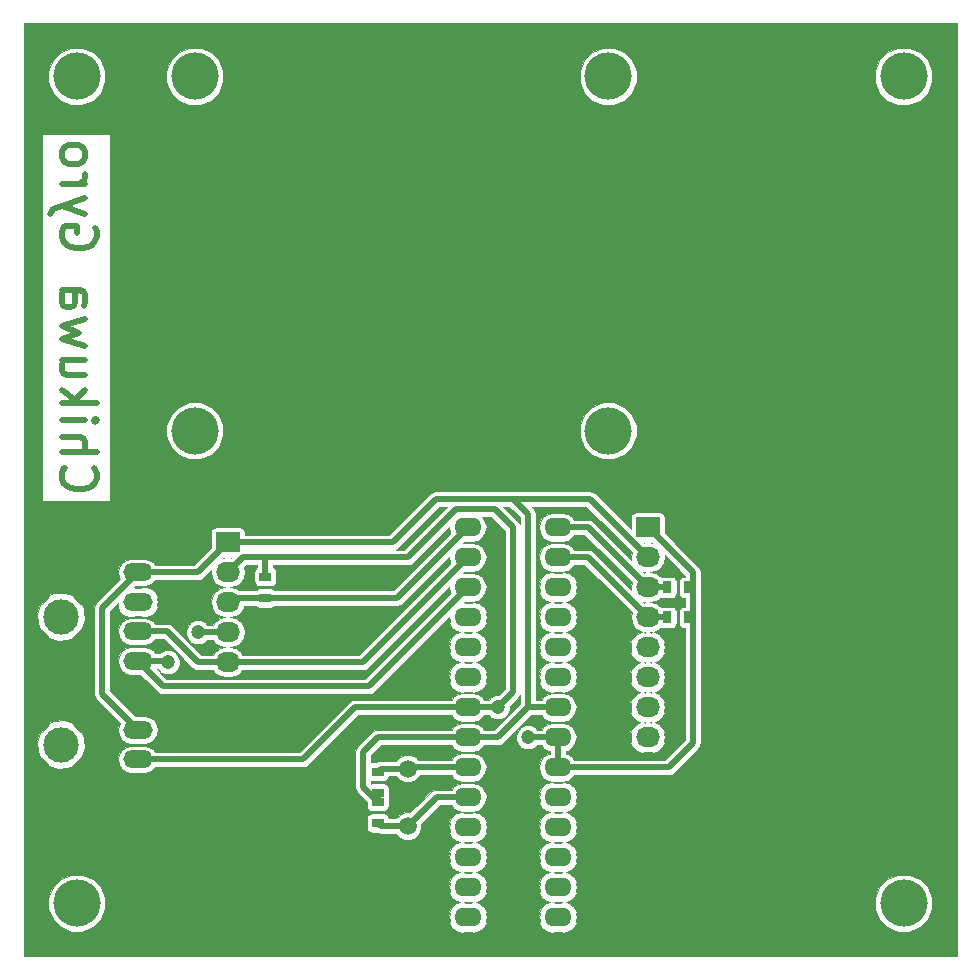
<source format=gbr>
G04 #@! TF.FileFunction,Copper,L2,Bot,Signal*
%FSLAX46Y46*%
G04 Gerber Fmt 4.6, Leading zero omitted, Abs format (unit mm)*
G04 Created by KiCad (PCBNEW 4.0.3-stable) date 09/13/16 10:08:18*
%MOMM*%
%LPD*%
G01*
G04 APERTURE LIST*
%ADD10C,0.100000*%
%ADD11C,0.500000*%
%ADD12R,1.000000X0.800000*%
%ADD13O,2.300000X1.600000*%
%ADD14O,2.500000X1.500000*%
%ADD15C,3.000000*%
%ADD16R,2.032000X1.727200*%
%ADD17O,2.032000X1.727200*%
%ADD18C,1.501140*%
%ADD19R,0.800000X1.000000*%
%ADD20C,4.000000*%
%ADD21C,1.200000*%
%ADD22C,0.026000*%
G04 APERTURE END LIST*
D10*
D11*
X4008571Y-38114286D02*
X3865714Y-38257143D01*
X3722857Y-38685714D01*
X3722857Y-38971428D01*
X3865714Y-39400000D01*
X4151429Y-39685714D01*
X4437143Y-39828571D01*
X5008571Y-39971428D01*
X5437143Y-39971428D01*
X6008571Y-39828571D01*
X6294286Y-39685714D01*
X6580000Y-39400000D01*
X6722857Y-38971428D01*
X6722857Y-38685714D01*
X6580000Y-38257143D01*
X6437143Y-38114286D01*
X3722857Y-36828571D02*
X6722857Y-36828571D01*
X3722857Y-35542857D02*
X5294286Y-35542857D01*
X5580000Y-35685714D01*
X5722857Y-35971428D01*
X5722857Y-36400000D01*
X5580000Y-36685714D01*
X5437143Y-36828571D01*
X3722857Y-34114285D02*
X5722857Y-34114285D01*
X6722857Y-34114285D02*
X6580000Y-34257142D01*
X6437143Y-34114285D01*
X6580000Y-33971428D01*
X6722857Y-34114285D01*
X6437143Y-34114285D01*
X3722857Y-32685714D02*
X6722857Y-32685714D01*
X4865714Y-32400000D02*
X3722857Y-31542857D01*
X5722857Y-31542857D02*
X4580000Y-32685714D01*
X5722857Y-28971429D02*
X3722857Y-28971429D01*
X5722857Y-30257143D02*
X4151429Y-30257143D01*
X3865714Y-30114286D01*
X3722857Y-29828572D01*
X3722857Y-29400000D01*
X3865714Y-29114286D01*
X4008571Y-28971429D01*
X5722857Y-27828572D02*
X3722857Y-27257143D01*
X5151429Y-26685714D01*
X3722857Y-26114286D01*
X5722857Y-25542857D01*
X3722857Y-23114286D02*
X5294286Y-23114286D01*
X5580000Y-23257143D01*
X5722857Y-23542857D01*
X5722857Y-24114286D01*
X5580000Y-24400000D01*
X3865714Y-23114286D02*
X3722857Y-23400000D01*
X3722857Y-24114286D01*
X3865714Y-24400000D01*
X4151429Y-24542857D01*
X4437143Y-24542857D01*
X4722857Y-24400000D01*
X4865714Y-24114286D01*
X4865714Y-23400000D01*
X5008571Y-23114286D01*
X6580000Y-17828572D02*
X6722857Y-18114286D01*
X6722857Y-18542857D01*
X6580000Y-18971429D01*
X6294286Y-19257143D01*
X6008571Y-19400000D01*
X5437143Y-19542857D01*
X5008571Y-19542857D01*
X4437143Y-19400000D01*
X4151429Y-19257143D01*
X3865714Y-18971429D01*
X3722857Y-18542857D01*
X3722857Y-18257143D01*
X3865714Y-17828572D01*
X4008571Y-17685715D01*
X5008571Y-17685715D01*
X5008571Y-18257143D01*
X5722857Y-16685715D02*
X3722857Y-15971429D01*
X5722857Y-15257143D02*
X3722857Y-15971429D01*
X3008571Y-16257143D01*
X2865714Y-16400000D01*
X2722857Y-16685715D01*
X3722857Y-14114286D02*
X5722857Y-14114286D01*
X5151429Y-14114286D02*
X5437143Y-13971429D01*
X5580000Y-13828572D01*
X5722857Y-13542858D01*
X5722857Y-13257143D01*
X3722857Y-11828572D02*
X3865714Y-12114286D01*
X4008571Y-12257143D01*
X4294286Y-12400000D01*
X5151429Y-12400000D01*
X5437143Y-12257143D01*
X5580000Y-12114286D01*
X5722857Y-11828572D01*
X5722857Y-11400000D01*
X5580000Y-11114286D01*
X5437143Y-10971429D01*
X5151429Y-10828572D01*
X4294286Y-10828572D01*
X4008571Y-10971429D01*
X3865714Y-11114286D01*
X3722857Y-11400000D01*
X3722857Y-11828572D01*
D12*
X30480000Y-68210000D03*
X30480000Y-66410000D03*
X30480000Y-63870000D03*
X30480000Y-65670000D03*
D13*
X38100000Y-43180000D03*
X38100000Y-45720000D03*
X38100000Y-48260000D03*
X38100000Y-50800000D03*
X38100000Y-53340000D03*
X38100000Y-55880000D03*
X38100000Y-58420000D03*
X38100000Y-60960000D03*
X38100000Y-63500000D03*
X38100000Y-66040000D03*
X38100000Y-68580000D03*
X38100000Y-71120000D03*
X38100000Y-73660000D03*
X38100000Y-76200000D03*
X45720000Y-76200000D03*
X45720000Y-73660000D03*
X45720000Y-71120000D03*
X45720000Y-68580000D03*
X45720000Y-66040000D03*
X45720000Y-63500000D03*
X45720000Y-60960000D03*
X45720000Y-58420000D03*
X45720000Y-55880000D03*
X45720000Y-53340000D03*
X45720000Y-50800000D03*
X45720000Y-48260000D03*
X45720000Y-45720000D03*
X45720000Y-43180000D03*
D14*
X10160000Y-46990000D03*
X10160000Y-49490000D03*
X10160000Y-51990000D03*
X10160000Y-54490000D03*
D15*
X3660000Y-50740000D03*
D16*
X17780000Y-44450000D03*
D17*
X17780000Y-46990000D03*
X17780000Y-49530000D03*
X17780000Y-52070000D03*
X17780000Y-54610000D03*
D16*
X53340000Y-43180000D03*
D17*
X53340000Y-45720000D03*
X53340000Y-48260000D03*
X53340000Y-50800000D03*
X53340000Y-53340000D03*
X53340000Y-55880000D03*
X53340000Y-58420000D03*
X53340000Y-60960000D03*
D18*
X33020000Y-68480940D03*
X33020000Y-63599060D03*
D14*
X10160000Y-60325000D03*
X10160000Y-62825000D03*
D15*
X3660000Y-61575000D03*
D12*
X20955000Y-47360000D03*
X20955000Y-49160000D03*
D19*
X56780000Y-48260000D03*
X54980000Y-48260000D03*
X56780000Y-50800000D03*
X54980000Y-50800000D03*
D20*
X50000000Y-35000000D03*
X15000000Y-35000000D03*
X5000000Y-75000000D03*
X50000000Y-5000000D03*
X15000000Y-5000000D03*
X75000000Y-5000000D03*
X75000000Y-75000000D03*
X5000000Y-5000000D03*
D21*
X12700000Y-54610000D03*
X15240000Y-52070000D03*
X40640000Y-58420000D03*
X43180000Y-60960000D03*
D11*
X35460940Y-66040000D02*
X33020000Y-68480940D01*
X38100000Y-66040000D02*
X35460940Y-66040000D01*
X30480000Y-68210000D02*
X30750940Y-68480940D01*
X30750940Y-68480940D02*
X33020000Y-68480940D01*
X41910000Y-40767000D02*
X43180000Y-42037000D01*
X43180000Y-42037000D02*
X43180000Y-58420000D01*
X41910000Y-40767000D02*
X48387000Y-40767000D01*
X48387000Y-40767000D02*
X48514000Y-40894000D01*
X35433000Y-40767000D02*
X41910000Y-40767000D01*
X48514000Y-40894000D02*
X53340000Y-45720000D01*
X10160000Y-46990000D02*
X7112000Y-50038000D01*
X7112000Y-57277000D02*
X10160000Y-60325000D01*
X7112000Y-50038000D02*
X7112000Y-57277000D01*
X30480000Y-60960000D02*
X38100000Y-60960000D01*
X29210000Y-62230000D02*
X30480000Y-60960000D01*
X29210000Y-65140000D02*
X29210000Y-62230000D01*
X30480000Y-66410000D02*
X29210000Y-65140000D01*
X30480000Y-66410000D02*
X30480000Y-65670000D01*
X17780000Y-44450000D02*
X31750000Y-44450000D01*
X31750000Y-44450000D02*
X35433000Y-40767000D01*
X38100000Y-60960000D02*
X40640000Y-60960000D01*
X40640000Y-60960000D02*
X43180000Y-58420000D01*
X43180000Y-58420000D02*
X45720000Y-58420000D01*
X10160000Y-46990000D02*
X15240000Y-46990000D01*
X15240000Y-46990000D02*
X17780000Y-44450000D01*
X33119060Y-63500000D02*
X38100000Y-63500000D01*
X33020000Y-63599060D02*
X33119060Y-63500000D01*
X30480000Y-63870000D02*
X30750940Y-63599060D01*
X30750940Y-63599060D02*
X33020000Y-63599060D01*
X17780000Y-49530000D02*
X18150000Y-49160000D01*
X18150000Y-49160000D02*
X20955000Y-49160000D01*
X20955000Y-49160000D02*
X32120000Y-49160000D01*
X32120000Y-49160000D02*
X38100000Y-43180000D01*
X17780000Y-54610000D02*
X29210000Y-54610000D01*
X29210000Y-54610000D02*
X38100000Y-45720000D01*
X10160000Y-51990000D02*
X12620000Y-51990000D01*
X15240000Y-54610000D02*
X17780000Y-54610000D01*
X12620000Y-51990000D02*
X15240000Y-54610000D01*
X10160000Y-54490000D02*
X12312000Y-56642000D01*
X29718000Y-56642000D02*
X34290000Y-52070000D01*
X12312000Y-56642000D02*
X29718000Y-56642000D01*
X38100000Y-48260000D02*
X34290000Y-52070000D01*
X17780000Y-52070000D02*
X15240000Y-52070000D01*
X12580000Y-54490000D02*
X10160000Y-54490000D01*
X12700000Y-54610000D02*
X12580000Y-54490000D01*
X45720000Y-63500000D02*
X55118000Y-63500000D01*
X57150000Y-49530000D02*
X57150000Y-50430000D01*
X57150000Y-50430000D02*
X56780000Y-50800000D01*
X57150000Y-48895000D02*
X57150000Y-48630000D01*
X57150000Y-48630000D02*
X56780000Y-48260000D01*
X56780000Y-50800000D02*
X57150000Y-50800000D01*
X56780000Y-48260000D02*
X57150000Y-48260000D01*
X20955000Y-47360000D02*
X20955000Y-45720000D01*
X10160000Y-62825000D02*
X24170000Y-62825000D01*
X28575000Y-58420000D02*
X38100000Y-58420000D01*
X24170000Y-62825000D02*
X28575000Y-58420000D01*
X17780000Y-46990000D02*
X19050000Y-45720000D01*
X19050000Y-45720000D02*
X20955000Y-45720000D01*
X20955000Y-45720000D02*
X33020000Y-45720000D01*
X33020000Y-45720000D02*
X37084000Y-41656000D01*
X37084000Y-41656000D02*
X40386000Y-41656000D01*
X41910000Y-57150000D02*
X41910000Y-43180000D01*
X41910000Y-43180000D02*
X40386000Y-41656000D01*
X40640000Y-58420000D02*
X41910000Y-57150000D01*
X57150000Y-46990000D02*
X53340000Y-43180000D01*
X57150000Y-61468000D02*
X57150000Y-49530000D01*
X57150000Y-49530000D02*
X57150000Y-48895000D01*
X57150000Y-48895000D02*
X57150000Y-46990000D01*
X55118000Y-63500000D02*
X57150000Y-61468000D01*
X38100000Y-58420000D02*
X40640000Y-58420000D01*
X43180000Y-60960000D02*
X45720000Y-60960000D01*
X45720000Y-60960000D02*
X45720000Y-63500000D01*
X54980000Y-50800000D02*
X53340000Y-50800000D01*
X45720000Y-45720000D02*
X48260000Y-45720000D01*
X48260000Y-45720000D02*
X53340000Y-50800000D01*
X53340000Y-48260000D02*
X54980000Y-48260000D01*
X45720000Y-43180000D02*
X48260000Y-43180000D01*
X48260000Y-43180000D02*
X53340000Y-48260000D01*
D22*
G36*
X79512000Y-79512000D02*
X488000Y-79512000D01*
X488000Y-75477870D01*
X2586583Y-75477870D01*
X2953166Y-76365069D01*
X3631361Y-77044449D01*
X4517919Y-77412580D01*
X5477870Y-77413417D01*
X6365069Y-77046834D01*
X7044449Y-76368639D01*
X7412580Y-75482081D01*
X7413417Y-74522130D01*
X7046834Y-73634931D01*
X6368639Y-72955551D01*
X5482081Y-72587420D01*
X4522130Y-72586583D01*
X3634931Y-72953166D01*
X2955551Y-73631361D01*
X2587420Y-74517919D01*
X2586583Y-75477870D01*
X488000Y-75477870D01*
X488000Y-67810000D01*
X29558909Y-67810000D01*
X29558909Y-68610000D01*
X29587707Y-68763049D01*
X29678159Y-68903614D01*
X29816172Y-68997915D01*
X29980000Y-69031091D01*
X30403861Y-69031091D01*
X30497221Y-69093472D01*
X30750940Y-69143940D01*
X32037741Y-69143940D01*
X32360030Y-69466792D01*
X32787536Y-69644308D01*
X33250433Y-69644712D01*
X33678249Y-69467942D01*
X34005852Y-69140910D01*
X34183368Y-68713404D01*
X34183768Y-68254795D01*
X34299778Y-68138785D01*
X36504861Y-68138785D01*
X36564227Y-68289179D01*
X36506379Y-68580000D01*
X36564227Y-68870821D01*
X36504861Y-69021215D01*
X36737351Y-69450464D01*
X37147546Y-69771728D01*
X37428492Y-69850000D01*
X37147546Y-69928272D01*
X36737351Y-70249536D01*
X36504861Y-70678785D01*
X36564227Y-70829179D01*
X36506379Y-71120000D01*
X36564227Y-71410821D01*
X36504861Y-71561215D01*
X36737351Y-71990464D01*
X37147546Y-72311728D01*
X37428492Y-72390000D01*
X37147546Y-72468272D01*
X36737351Y-72789536D01*
X36504861Y-73218785D01*
X36564227Y-73369179D01*
X36506379Y-73660000D01*
X36564227Y-73950821D01*
X36504861Y-74101215D01*
X36737351Y-74530464D01*
X37147546Y-74851728D01*
X37428492Y-74930000D01*
X37147546Y-75008272D01*
X36737351Y-75329536D01*
X36504861Y-75758785D01*
X36564227Y-75909179D01*
X36506379Y-76200000D01*
X36564227Y-76490821D01*
X36504861Y-76641215D01*
X36737351Y-77070464D01*
X37147546Y-77391728D01*
X37649460Y-77531562D01*
X37839227Y-77413000D01*
X38360773Y-77413000D01*
X38550540Y-77531562D01*
X39052454Y-77391728D01*
X39462649Y-77070464D01*
X39695139Y-76641215D01*
X39635773Y-76490821D01*
X39693621Y-76200000D01*
X39635773Y-75909179D01*
X39695139Y-75758785D01*
X39462649Y-75329536D01*
X39052454Y-75008272D01*
X38771508Y-74930000D01*
X39052454Y-74851728D01*
X39462649Y-74530464D01*
X39695139Y-74101215D01*
X39635773Y-73950821D01*
X39693621Y-73660000D01*
X39635773Y-73369179D01*
X39695139Y-73218785D01*
X39462649Y-72789536D01*
X39052454Y-72468272D01*
X38771508Y-72390000D01*
X39052454Y-72311728D01*
X39462649Y-71990464D01*
X39695139Y-71561215D01*
X39635773Y-71410821D01*
X39693621Y-71120000D01*
X39635773Y-70829179D01*
X39695139Y-70678785D01*
X39462649Y-70249536D01*
X39052454Y-69928272D01*
X38771508Y-69850000D01*
X39052454Y-69771728D01*
X39462649Y-69450464D01*
X39695139Y-69021215D01*
X39635773Y-68870821D01*
X39693621Y-68580000D01*
X39635773Y-68289179D01*
X39695139Y-68138785D01*
X39462649Y-67709536D01*
X39052454Y-67388272D01*
X38550540Y-67248438D01*
X38360773Y-67367000D01*
X37839227Y-67367000D01*
X37649460Y-67248438D01*
X37147546Y-67388272D01*
X36737351Y-67709536D01*
X36504861Y-68138785D01*
X34299778Y-68138785D01*
X35735563Y-66703000D01*
X36731550Y-66703000D01*
X36861658Y-66897721D01*
X37255184Y-67160666D01*
X37719379Y-67253000D01*
X38480621Y-67253000D01*
X38944816Y-67160666D01*
X39338342Y-66897721D01*
X39601287Y-66504195D01*
X39693621Y-66040000D01*
X39605858Y-65598785D01*
X44124861Y-65598785D01*
X44184227Y-65749179D01*
X44126379Y-66040000D01*
X44184227Y-66330821D01*
X44124861Y-66481215D01*
X44357351Y-66910464D01*
X44767546Y-67231728D01*
X45048492Y-67310000D01*
X44767546Y-67388272D01*
X44357351Y-67709536D01*
X44124861Y-68138785D01*
X44184227Y-68289179D01*
X44126379Y-68580000D01*
X44184227Y-68870821D01*
X44124861Y-69021215D01*
X44357351Y-69450464D01*
X44767546Y-69771728D01*
X45048492Y-69850000D01*
X44767546Y-69928272D01*
X44357351Y-70249536D01*
X44124861Y-70678785D01*
X44184227Y-70829179D01*
X44126379Y-71120000D01*
X44184227Y-71410821D01*
X44124861Y-71561215D01*
X44357351Y-71990464D01*
X44767546Y-72311728D01*
X45048492Y-72390000D01*
X44767546Y-72468272D01*
X44357351Y-72789536D01*
X44124861Y-73218785D01*
X44184227Y-73369179D01*
X44126379Y-73660000D01*
X44184227Y-73950821D01*
X44124861Y-74101215D01*
X44357351Y-74530464D01*
X44767546Y-74851728D01*
X45048492Y-74930000D01*
X44767546Y-75008272D01*
X44357351Y-75329536D01*
X44124861Y-75758785D01*
X44184227Y-75909179D01*
X44126379Y-76200000D01*
X44184227Y-76490821D01*
X44124861Y-76641215D01*
X44357351Y-77070464D01*
X44767546Y-77391728D01*
X45269460Y-77531562D01*
X45459227Y-77413000D01*
X45980773Y-77413000D01*
X46170540Y-77531562D01*
X46672454Y-77391728D01*
X47082649Y-77070464D01*
X47315139Y-76641215D01*
X47255773Y-76490821D01*
X47313621Y-76200000D01*
X47255773Y-75909179D01*
X47315139Y-75758785D01*
X47162990Y-75477870D01*
X72586583Y-75477870D01*
X72953166Y-76365069D01*
X73631361Y-77044449D01*
X74517919Y-77412580D01*
X75477870Y-77413417D01*
X76365069Y-77046834D01*
X77044449Y-76368639D01*
X77412580Y-75482081D01*
X77413417Y-74522130D01*
X77046834Y-73634931D01*
X76368639Y-72955551D01*
X75482081Y-72587420D01*
X74522130Y-72586583D01*
X73634931Y-72953166D01*
X72955551Y-73631361D01*
X72587420Y-74517919D01*
X72586583Y-75477870D01*
X47162990Y-75477870D01*
X47082649Y-75329536D01*
X46672454Y-75008272D01*
X46391508Y-74930000D01*
X46672454Y-74851728D01*
X47082649Y-74530464D01*
X47315139Y-74101215D01*
X47255773Y-73950821D01*
X47313621Y-73660000D01*
X47255773Y-73369179D01*
X47315139Y-73218785D01*
X47082649Y-72789536D01*
X46672454Y-72468272D01*
X46391508Y-72390000D01*
X46672454Y-72311728D01*
X47082649Y-71990464D01*
X47315139Y-71561215D01*
X47255773Y-71410821D01*
X47313621Y-71120000D01*
X47255773Y-70829179D01*
X47315139Y-70678785D01*
X47082649Y-70249536D01*
X46672454Y-69928272D01*
X46391508Y-69850000D01*
X46672454Y-69771728D01*
X47082649Y-69450464D01*
X47315139Y-69021215D01*
X47255773Y-68870821D01*
X47313621Y-68580000D01*
X47255773Y-68289179D01*
X47315139Y-68138785D01*
X47082649Y-67709536D01*
X46672454Y-67388272D01*
X46391508Y-67310000D01*
X46672454Y-67231728D01*
X47082649Y-66910464D01*
X47315139Y-66481215D01*
X47255773Y-66330821D01*
X47313621Y-66040000D01*
X47255773Y-65749179D01*
X47315139Y-65598785D01*
X47082649Y-65169536D01*
X46672454Y-64848272D01*
X46170540Y-64708438D01*
X45980773Y-64827000D01*
X45459227Y-64827000D01*
X45269460Y-64708438D01*
X44767546Y-64848272D01*
X44357351Y-65169536D01*
X44124861Y-65598785D01*
X39605858Y-65598785D01*
X39601287Y-65575805D01*
X39338342Y-65182279D01*
X38944816Y-64919334D01*
X38480621Y-64827000D01*
X37719379Y-64827000D01*
X37255184Y-64919334D01*
X36861658Y-65182279D01*
X36731550Y-65377000D01*
X35460940Y-65377000D01*
X35207221Y-65427468D01*
X34992128Y-65571188D01*
X34992126Y-65571191D01*
X33245750Y-67317566D01*
X32789567Y-67317168D01*
X32361751Y-67493938D01*
X32037183Y-67817940D01*
X31401091Y-67817940D01*
X31401091Y-67810000D01*
X31372293Y-67656951D01*
X31281841Y-67516386D01*
X31143828Y-67422085D01*
X30980000Y-67388909D01*
X29980000Y-67388909D01*
X29826951Y-67417707D01*
X29686386Y-67508159D01*
X29592085Y-67646172D01*
X29558909Y-67810000D01*
X488000Y-67810000D01*
X488000Y-61331607D01*
X1613831Y-61331607D01*
X1676444Y-62133169D01*
X1862729Y-62582901D01*
X2135307Y-62758867D01*
X2137040Y-62757134D01*
X2477569Y-63098257D01*
X2476133Y-63099693D01*
X2652099Y-63372271D01*
X3416607Y-63621169D01*
X4218169Y-63558556D01*
X4667901Y-63372271D01*
X4843867Y-63099693D01*
X4842134Y-63097960D01*
X5183257Y-62757431D01*
X5184693Y-62758867D01*
X5457271Y-62582901D01*
X5706169Y-61818393D01*
X5643556Y-61016831D01*
X5457271Y-60567099D01*
X5184693Y-60391133D01*
X5182960Y-60392866D01*
X4842431Y-60051743D01*
X4843867Y-60050307D01*
X4667901Y-59777729D01*
X3903393Y-59528831D01*
X3101831Y-59591444D01*
X2652099Y-59777729D01*
X2476133Y-60050307D01*
X2477866Y-60052040D01*
X2136743Y-60392569D01*
X2135307Y-60391133D01*
X1862729Y-60567099D01*
X1613831Y-61331607D01*
X488000Y-61331607D01*
X488000Y-50496607D01*
X1613831Y-50496607D01*
X1676444Y-51298169D01*
X1862729Y-51747901D01*
X2135307Y-51923867D01*
X2137040Y-51922134D01*
X2477569Y-52263257D01*
X2476133Y-52264693D01*
X2652099Y-52537271D01*
X3416607Y-52786169D01*
X4218169Y-52723556D01*
X4667901Y-52537271D01*
X4843867Y-52264693D01*
X4842134Y-52262960D01*
X5183257Y-51922431D01*
X5184693Y-51923867D01*
X5457271Y-51747901D01*
X5706169Y-50983393D01*
X5643556Y-50181831D01*
X5583980Y-50038000D01*
X6449000Y-50038000D01*
X6449000Y-57277000D01*
X6499468Y-57530719D01*
X6643188Y-57745812D01*
X8642817Y-59745441D01*
X8552948Y-59879939D01*
X8464420Y-60325000D01*
X8552948Y-60770061D01*
X8805055Y-61147365D01*
X9182359Y-61399472D01*
X9627420Y-61488000D01*
X10692580Y-61488000D01*
X11137641Y-61399472D01*
X11514945Y-61147365D01*
X11767052Y-60770061D01*
X11855580Y-60325000D01*
X11767052Y-59879939D01*
X11514945Y-59502635D01*
X11137641Y-59250528D01*
X10692580Y-59162000D01*
X9934624Y-59162000D01*
X7775000Y-57002376D01*
X7775000Y-50312624D01*
X8486520Y-49601104D01*
X8522925Y-49784127D01*
X8465123Y-49923254D01*
X8590854Y-50218320D01*
X8950954Y-50572024D01*
X9419000Y-50761000D01*
X9919000Y-50761000D01*
X9919000Y-50653000D01*
X10401000Y-50653000D01*
X10401000Y-50761000D01*
X10901000Y-50761000D01*
X11369046Y-50572024D01*
X11729146Y-50218320D01*
X11854877Y-49923254D01*
X11797075Y-49784127D01*
X11855580Y-49490000D01*
X11797075Y-49195873D01*
X11854877Y-49056746D01*
X11729146Y-48761680D01*
X11369046Y-48407976D01*
X10901000Y-48219000D01*
X10401000Y-48219000D01*
X10401000Y-48327000D01*
X9919000Y-48327000D01*
X9919000Y-48219000D01*
X9868624Y-48219000D01*
X9934624Y-48153000D01*
X10692580Y-48153000D01*
X11137641Y-48064472D01*
X11514945Y-47812365D01*
X11621430Y-47653000D01*
X15240000Y-47653000D01*
X15493719Y-47602532D01*
X15708812Y-47458812D01*
X16359102Y-46808522D01*
X16323004Y-46990000D01*
X16420179Y-47478534D01*
X16696911Y-47892693D01*
X17111070Y-48169425D01*
X17566423Y-48260000D01*
X17111070Y-48350575D01*
X16696911Y-48627307D01*
X16420179Y-49041466D01*
X16323004Y-49530000D01*
X16420179Y-50018534D01*
X16696911Y-50432693D01*
X17111070Y-50709425D01*
X17566423Y-50800000D01*
X17111070Y-50890575D01*
X16696911Y-51167307D01*
X16536753Y-51407000D01*
X16009506Y-51407000D01*
X15814568Y-51211721D01*
X15442382Y-51057176D01*
X15039386Y-51056824D01*
X14666931Y-51210720D01*
X14381721Y-51495432D01*
X14227176Y-51867618D01*
X14226824Y-52270614D01*
X14380720Y-52643069D01*
X14665432Y-52928279D01*
X15037618Y-53082824D01*
X15440614Y-53083176D01*
X15813069Y-52929280D01*
X16009692Y-52733000D01*
X16536753Y-52733000D01*
X16696911Y-52972693D01*
X17111070Y-53249425D01*
X17566423Y-53340000D01*
X17111070Y-53430575D01*
X16696911Y-53707307D01*
X16536753Y-53947000D01*
X15514623Y-53947000D01*
X13088812Y-51521188D01*
X12873719Y-51377468D01*
X12620000Y-51327000D01*
X11621430Y-51327000D01*
X11514945Y-51167635D01*
X11137641Y-50915528D01*
X10692580Y-50827000D01*
X9627420Y-50827000D01*
X9182359Y-50915528D01*
X8805055Y-51167635D01*
X8552948Y-51544939D01*
X8464420Y-51990000D01*
X8552948Y-52435061D01*
X8805055Y-52812365D01*
X9182359Y-53064472D01*
X9627420Y-53153000D01*
X10692580Y-53153000D01*
X11137641Y-53064472D01*
X11514945Y-52812365D01*
X11621430Y-52653000D01*
X12345376Y-52653000D01*
X14771186Y-55078809D01*
X14771188Y-55078812D01*
X14882219Y-55153000D01*
X14986281Y-55222532D01*
X15240000Y-55273001D01*
X15240005Y-55273000D01*
X16536753Y-55273000D01*
X16696911Y-55512693D01*
X17111070Y-55789425D01*
X17599604Y-55886600D01*
X17960396Y-55886600D01*
X18448930Y-55789425D01*
X18863089Y-55512693D01*
X19023247Y-55273000D01*
X29210000Y-55273000D01*
X29463719Y-55222532D01*
X29678812Y-55078812D01*
X36508553Y-48249070D01*
X36506379Y-48260000D01*
X36598713Y-48724195D01*
X36638554Y-48783822D01*
X29443376Y-55979000D01*
X12586624Y-55979000D01*
X11760624Y-55153000D01*
X11828296Y-55153000D01*
X11840720Y-55183069D01*
X12125432Y-55468279D01*
X12497618Y-55622824D01*
X12900614Y-55623176D01*
X13273069Y-55469280D01*
X13558279Y-55184568D01*
X13712824Y-54812382D01*
X13713176Y-54409386D01*
X13559280Y-54036931D01*
X13274568Y-53751721D01*
X12902382Y-53597176D01*
X12499386Y-53596824D01*
X12126931Y-53750720D01*
X12050518Y-53827000D01*
X11621430Y-53827000D01*
X11514945Y-53667635D01*
X11137641Y-53415528D01*
X10692580Y-53327000D01*
X9627420Y-53327000D01*
X9182359Y-53415528D01*
X8805055Y-53667635D01*
X8552948Y-54044939D01*
X8464420Y-54490000D01*
X8552948Y-54935061D01*
X8805055Y-55312365D01*
X9182359Y-55564472D01*
X9627420Y-55653000D01*
X10385376Y-55653000D01*
X11843188Y-57110812D01*
X12058281Y-57254532D01*
X12312000Y-57305001D01*
X12312005Y-57305000D01*
X29718000Y-57305000D01*
X29971719Y-57254532D01*
X30186812Y-57110812D01*
X36508553Y-50789071D01*
X36506379Y-50800000D01*
X36564227Y-51090821D01*
X36504861Y-51241215D01*
X36737351Y-51670464D01*
X37147546Y-51991728D01*
X37428492Y-52070000D01*
X37147546Y-52148272D01*
X36737351Y-52469536D01*
X36504861Y-52898785D01*
X36564227Y-53049179D01*
X36506379Y-53340000D01*
X36564227Y-53630821D01*
X36504861Y-53781215D01*
X36737351Y-54210464D01*
X37147546Y-54531728D01*
X37428492Y-54610000D01*
X37147546Y-54688272D01*
X36737351Y-55009536D01*
X36504861Y-55438785D01*
X36564227Y-55589179D01*
X36506379Y-55880000D01*
X36564227Y-56170821D01*
X36504861Y-56321215D01*
X36737351Y-56750464D01*
X37147546Y-57071728D01*
X37649460Y-57211562D01*
X37839227Y-57093000D01*
X38360773Y-57093000D01*
X38550540Y-57211562D01*
X39052454Y-57071728D01*
X39462649Y-56750464D01*
X39695139Y-56321215D01*
X39635773Y-56170821D01*
X39693621Y-55880000D01*
X39635773Y-55589179D01*
X39695139Y-55438785D01*
X39462649Y-55009536D01*
X39052454Y-54688272D01*
X38771508Y-54610000D01*
X39052454Y-54531728D01*
X39462649Y-54210464D01*
X39695139Y-53781215D01*
X39635773Y-53630821D01*
X39693621Y-53340000D01*
X39635773Y-53049179D01*
X39695139Y-52898785D01*
X39462649Y-52469536D01*
X39052454Y-52148272D01*
X38771508Y-52070000D01*
X39052454Y-51991728D01*
X39462649Y-51670464D01*
X39695139Y-51241215D01*
X39635773Y-51090821D01*
X39693621Y-50800000D01*
X39635773Y-50509179D01*
X39695139Y-50358785D01*
X39462649Y-49929536D01*
X39052454Y-49608272D01*
X38550540Y-49468438D01*
X38360773Y-49587000D01*
X37839227Y-49587000D01*
X37760076Y-49537548D01*
X37824624Y-49473000D01*
X38480621Y-49473000D01*
X38944816Y-49380666D01*
X39338342Y-49117721D01*
X39601287Y-48724195D01*
X39693621Y-48260000D01*
X39601287Y-47795805D01*
X39338342Y-47402279D01*
X38944816Y-47139334D01*
X38480621Y-47047000D01*
X37719379Y-47047000D01*
X37708449Y-47049174D01*
X37824623Y-46933000D01*
X38480621Y-46933000D01*
X38944816Y-46840666D01*
X39338342Y-46577721D01*
X39601287Y-46184195D01*
X39693621Y-45720000D01*
X39601287Y-45255805D01*
X39338342Y-44862279D01*
X38944816Y-44599334D01*
X38480621Y-44507000D01*
X37719379Y-44507000D01*
X37708450Y-44509174D01*
X37824624Y-44393000D01*
X38480621Y-44393000D01*
X38944816Y-44300666D01*
X39338342Y-44037721D01*
X39601287Y-43644195D01*
X39693621Y-43180000D01*
X39601287Y-42715805D01*
X39338342Y-42322279D01*
X39333435Y-42319000D01*
X40111376Y-42319000D01*
X41247000Y-43454623D01*
X41247000Y-56875376D01*
X40715311Y-57407065D01*
X40439386Y-57406824D01*
X40066931Y-57560720D01*
X39870308Y-57757000D01*
X39468450Y-57757000D01*
X39338342Y-57562279D01*
X38944816Y-57299334D01*
X38480621Y-57207000D01*
X37719379Y-57207000D01*
X37255184Y-57299334D01*
X36861658Y-57562279D01*
X36731550Y-57757000D01*
X28575000Y-57757000D01*
X28321281Y-57807468D01*
X28106188Y-57951188D01*
X23895376Y-62162000D01*
X11621430Y-62162000D01*
X11514945Y-62002635D01*
X11137641Y-61750528D01*
X10692580Y-61662000D01*
X9627420Y-61662000D01*
X9182359Y-61750528D01*
X8805055Y-62002635D01*
X8552948Y-62379939D01*
X8464420Y-62825000D01*
X8552948Y-63270061D01*
X8805055Y-63647365D01*
X9182359Y-63899472D01*
X9627420Y-63988000D01*
X10692580Y-63988000D01*
X11137641Y-63899472D01*
X11514945Y-63647365D01*
X11621430Y-63488000D01*
X24170000Y-63488000D01*
X24423719Y-63437532D01*
X24638812Y-63293812D01*
X28849624Y-59083000D01*
X36731550Y-59083000D01*
X36861658Y-59277721D01*
X37255184Y-59540666D01*
X37719379Y-59633000D01*
X38480621Y-59633000D01*
X38944816Y-59540666D01*
X39338342Y-59277721D01*
X39468450Y-59083000D01*
X39870494Y-59083000D01*
X40065432Y-59278279D01*
X40437618Y-59432824D01*
X40840614Y-59433176D01*
X41213069Y-59279280D01*
X41498279Y-58994568D01*
X41652824Y-58622382D01*
X41653067Y-58344557D01*
X42378812Y-57618812D01*
X42517000Y-57411998D01*
X42517000Y-58145377D01*
X40365376Y-60297000D01*
X39468450Y-60297000D01*
X39338342Y-60102279D01*
X38944816Y-59839334D01*
X38480621Y-59747000D01*
X37719379Y-59747000D01*
X37255184Y-59839334D01*
X36861658Y-60102279D01*
X36731550Y-60297000D01*
X30480000Y-60297000D01*
X30226281Y-60347468D01*
X30011188Y-60491188D01*
X28741188Y-61761188D01*
X28597468Y-61976281D01*
X28547000Y-62230000D01*
X28547000Y-65140000D01*
X28597468Y-65393719D01*
X28741188Y-65608812D01*
X29558909Y-66426533D01*
X29558909Y-66810000D01*
X29587707Y-66963049D01*
X29678159Y-67103614D01*
X29816172Y-67197915D01*
X29980000Y-67231091D01*
X30980000Y-67231091D01*
X31133049Y-67202293D01*
X31273614Y-67111841D01*
X31367915Y-66973828D01*
X31401091Y-66810000D01*
X31401091Y-65270000D01*
X31372293Y-65116951D01*
X31281841Y-64976386D01*
X31143828Y-64882085D01*
X30980000Y-64848909D01*
X29980000Y-64848909D01*
X29876086Y-64868462D01*
X29873000Y-64865376D01*
X29873000Y-64669423D01*
X29980000Y-64691091D01*
X30980000Y-64691091D01*
X31133049Y-64662293D01*
X31273614Y-64571841D01*
X31367915Y-64433828D01*
X31401091Y-64270000D01*
X31401091Y-64262060D01*
X32037741Y-64262060D01*
X32360030Y-64584912D01*
X32787536Y-64762428D01*
X33250433Y-64762832D01*
X33678249Y-64586062D01*
X34005852Y-64259030D01*
X34045727Y-64163000D01*
X36731550Y-64163000D01*
X36861658Y-64357721D01*
X37255184Y-64620666D01*
X37719379Y-64713000D01*
X38480621Y-64713000D01*
X38944816Y-64620666D01*
X39338342Y-64357721D01*
X39601287Y-63964195D01*
X39693621Y-63500000D01*
X39601287Y-63035805D01*
X39338342Y-62642279D01*
X38944816Y-62379334D01*
X38480621Y-62287000D01*
X37719379Y-62287000D01*
X37255184Y-62379334D01*
X36861658Y-62642279D01*
X36731550Y-62837000D01*
X33903372Y-62837000D01*
X33679970Y-62613208D01*
X33252464Y-62435692D01*
X32789567Y-62435288D01*
X32361751Y-62612058D01*
X32037183Y-62936060D01*
X30750940Y-62936060D01*
X30497221Y-62986528D01*
X30403861Y-63048909D01*
X29980000Y-63048909D01*
X29873000Y-63069042D01*
X29873000Y-62504624D01*
X30754624Y-61623000D01*
X36731550Y-61623000D01*
X36861658Y-61817721D01*
X37255184Y-62080666D01*
X37719379Y-62173000D01*
X38480621Y-62173000D01*
X38944816Y-62080666D01*
X39338342Y-61817721D01*
X39468450Y-61623000D01*
X40640000Y-61623000D01*
X40893719Y-61572532D01*
X41108812Y-61428812D01*
X43454623Y-59083000D01*
X44351550Y-59083000D01*
X44481658Y-59277721D01*
X44875184Y-59540666D01*
X45339379Y-59633000D01*
X46100621Y-59633000D01*
X46564816Y-59540666D01*
X46958342Y-59277721D01*
X47221287Y-58884195D01*
X47313621Y-58420000D01*
X47221287Y-57955805D01*
X46958342Y-57562279D01*
X46564816Y-57299334D01*
X46100621Y-57207000D01*
X45339379Y-57207000D01*
X44875184Y-57299334D01*
X44481658Y-57562279D01*
X44351550Y-57757000D01*
X43843000Y-57757000D01*
X43843000Y-47818785D01*
X44124861Y-47818785D01*
X44184227Y-47969179D01*
X44126379Y-48260000D01*
X44184227Y-48550821D01*
X44124861Y-48701215D01*
X44357351Y-49130464D01*
X44767546Y-49451728D01*
X45048492Y-49530000D01*
X44767546Y-49608272D01*
X44357351Y-49929536D01*
X44124861Y-50358785D01*
X44184227Y-50509179D01*
X44126379Y-50800000D01*
X44184227Y-51090821D01*
X44124861Y-51241215D01*
X44357351Y-51670464D01*
X44767546Y-51991728D01*
X45048492Y-52070000D01*
X44767546Y-52148272D01*
X44357351Y-52469536D01*
X44124861Y-52898785D01*
X44184227Y-53049179D01*
X44126379Y-53340000D01*
X44184227Y-53630821D01*
X44124861Y-53781215D01*
X44357351Y-54210464D01*
X44767546Y-54531728D01*
X45048492Y-54610000D01*
X44767546Y-54688272D01*
X44357351Y-55009536D01*
X44124861Y-55438785D01*
X44184227Y-55589179D01*
X44126379Y-55880000D01*
X44184227Y-56170821D01*
X44124861Y-56321215D01*
X44357351Y-56750464D01*
X44767546Y-57071728D01*
X45269460Y-57211562D01*
X45459227Y-57093000D01*
X45980773Y-57093000D01*
X46170540Y-57211562D01*
X46672454Y-57071728D01*
X47082649Y-56750464D01*
X47315139Y-56321215D01*
X47255773Y-56170821D01*
X47313621Y-55880000D01*
X47255773Y-55589179D01*
X47315139Y-55438785D01*
X47082649Y-55009536D01*
X46672454Y-54688272D01*
X46391508Y-54610000D01*
X46672454Y-54531728D01*
X47082649Y-54210464D01*
X47315139Y-53781215D01*
X47255773Y-53630821D01*
X47313621Y-53340000D01*
X47255773Y-53049179D01*
X47315139Y-52898785D01*
X47082649Y-52469536D01*
X46672454Y-52148272D01*
X46391508Y-52070000D01*
X46672454Y-51991728D01*
X47082649Y-51670464D01*
X47315139Y-51241215D01*
X47255773Y-51090821D01*
X47313621Y-50800000D01*
X47255773Y-50509179D01*
X47315139Y-50358785D01*
X47082649Y-49929536D01*
X46672454Y-49608272D01*
X46391508Y-49530000D01*
X46672454Y-49451728D01*
X47082649Y-49130464D01*
X47315139Y-48701215D01*
X47255773Y-48550821D01*
X47313621Y-48260000D01*
X47255773Y-47969179D01*
X47315139Y-47818785D01*
X47082649Y-47389536D01*
X46672454Y-47068272D01*
X46170540Y-46928438D01*
X45980773Y-47047000D01*
X45459227Y-47047000D01*
X45269460Y-46928438D01*
X44767546Y-47068272D01*
X44357351Y-47389536D01*
X44124861Y-47818785D01*
X43843000Y-47818785D01*
X43843000Y-42037000D01*
X43792532Y-41783281D01*
X43648812Y-41568188D01*
X43510624Y-41430000D01*
X48112376Y-41430000D01*
X51969173Y-45286797D01*
X51883004Y-45720000D01*
X51919102Y-45901478D01*
X48728812Y-42711188D01*
X48513719Y-42567468D01*
X48260000Y-42517000D01*
X47088450Y-42517000D01*
X46958342Y-42322279D01*
X46564816Y-42059334D01*
X46100621Y-41967000D01*
X45339379Y-41967000D01*
X44875184Y-42059334D01*
X44481658Y-42322279D01*
X44218713Y-42715805D01*
X44126379Y-43180000D01*
X44218713Y-43644195D01*
X44481658Y-44037721D01*
X44875184Y-44300666D01*
X45339379Y-44393000D01*
X46100621Y-44393000D01*
X46564816Y-44300666D01*
X46958342Y-44037721D01*
X47088450Y-43843000D01*
X47985376Y-43843000D01*
X51969173Y-47826797D01*
X51883004Y-48260000D01*
X51919102Y-48441478D01*
X48728812Y-45251188D01*
X48513719Y-45107468D01*
X48260000Y-45057000D01*
X47088450Y-45057000D01*
X46958342Y-44862279D01*
X46564816Y-44599334D01*
X46100621Y-44507000D01*
X45339379Y-44507000D01*
X44875184Y-44599334D01*
X44481658Y-44862279D01*
X44218713Y-45255805D01*
X44126379Y-45720000D01*
X44218713Y-46184195D01*
X44481658Y-46577721D01*
X44875184Y-46840666D01*
X45339379Y-46933000D01*
X46100621Y-46933000D01*
X46564816Y-46840666D01*
X46958342Y-46577721D01*
X47088450Y-46383000D01*
X47985376Y-46383000D01*
X51969173Y-50366797D01*
X51883004Y-50800000D01*
X51980179Y-51288534D01*
X52256911Y-51702693D01*
X52671070Y-51979425D01*
X52841164Y-52013259D01*
X52392641Y-52212315D01*
X52021607Y-52602373D01*
X51878622Y-52888674D01*
X51939906Y-53053931D01*
X51883004Y-53340000D01*
X51939906Y-53626069D01*
X51878622Y-53791326D01*
X52021607Y-54077627D01*
X52392641Y-54467685D01*
X52713311Y-54610000D01*
X52392641Y-54752315D01*
X52021607Y-55142373D01*
X51878622Y-55428674D01*
X51939906Y-55593931D01*
X51883004Y-55880000D01*
X51939906Y-56166069D01*
X51878622Y-56331326D01*
X52021607Y-56617627D01*
X52392641Y-57007685D01*
X52713311Y-57150000D01*
X52392641Y-57292315D01*
X52021607Y-57682373D01*
X51878622Y-57968674D01*
X51939906Y-58133931D01*
X51883004Y-58420000D01*
X51939906Y-58706069D01*
X51878622Y-58871326D01*
X52021607Y-59157627D01*
X52392641Y-59547685D01*
X52713311Y-59690000D01*
X52392641Y-59832315D01*
X52021607Y-60222373D01*
X51878622Y-60508674D01*
X51939906Y-60673931D01*
X51883004Y-60960000D01*
X51939906Y-61246069D01*
X51878622Y-61411326D01*
X52021607Y-61697627D01*
X52392641Y-62087685D01*
X52884700Y-62306063D01*
X53071968Y-62219168D01*
X53159604Y-62236600D01*
X53520396Y-62236600D01*
X53608032Y-62219168D01*
X53795300Y-62306063D01*
X54287359Y-62087685D01*
X54658393Y-61697627D01*
X54801378Y-61411326D01*
X54740094Y-61246069D01*
X54796996Y-60960000D01*
X54740094Y-60673931D01*
X54801378Y-60508674D01*
X54658393Y-60222373D01*
X54287359Y-59832315D01*
X53966689Y-59690000D01*
X54287359Y-59547685D01*
X54658393Y-59157627D01*
X54801378Y-58871326D01*
X54740094Y-58706069D01*
X54796996Y-58420000D01*
X54740094Y-58133931D01*
X54801378Y-57968674D01*
X54658393Y-57682373D01*
X54287359Y-57292315D01*
X53966689Y-57150000D01*
X54287359Y-57007685D01*
X54658393Y-56617627D01*
X54801378Y-56331326D01*
X54740094Y-56166069D01*
X54796996Y-55880000D01*
X54740094Y-55593931D01*
X54801378Y-55428674D01*
X54658393Y-55142373D01*
X54287359Y-54752315D01*
X53966689Y-54610000D01*
X54287359Y-54467685D01*
X54658393Y-54077627D01*
X54801378Y-53791326D01*
X54740094Y-53626069D01*
X54796996Y-53340000D01*
X54740094Y-53053931D01*
X54801378Y-52888674D01*
X54658393Y-52602373D01*
X54287359Y-52212315D01*
X53838836Y-52013259D01*
X54008930Y-51979425D01*
X54423089Y-51702693D01*
X54430962Y-51690910D01*
X54580000Y-51721091D01*
X55380000Y-51721091D01*
X55533049Y-51692293D01*
X55673614Y-51601841D01*
X55767915Y-51463828D01*
X55801091Y-51300000D01*
X55801091Y-50300000D01*
X55772293Y-50146951D01*
X55681841Y-50006386D01*
X55543828Y-49912085D01*
X55380000Y-49878909D01*
X54580000Y-49878909D01*
X54429693Y-49907191D01*
X54423089Y-49897307D01*
X54008930Y-49620575D01*
X53553577Y-49530000D01*
X54008930Y-49439425D01*
X54423089Y-49162693D01*
X54430962Y-49150910D01*
X54580000Y-49181091D01*
X55380000Y-49181091D01*
X55533049Y-49152293D01*
X55673614Y-49061841D01*
X55767915Y-48923828D01*
X55801091Y-48760000D01*
X55801091Y-47760000D01*
X55772293Y-47606951D01*
X55681841Y-47466386D01*
X55543828Y-47372085D01*
X55380000Y-47338909D01*
X54580000Y-47338909D01*
X54429693Y-47367191D01*
X54423089Y-47357307D01*
X54008930Y-47080575D01*
X53553577Y-46990000D01*
X54008930Y-46899425D01*
X54423089Y-46622693D01*
X54699821Y-46208534D01*
X54796996Y-45720000D01*
X54760898Y-45538522D01*
X56487000Y-47264624D01*
X56487000Y-47338909D01*
X56380000Y-47338909D01*
X56226951Y-47367707D01*
X56086386Y-47458159D01*
X55992085Y-47596172D01*
X55958909Y-47760000D01*
X55958909Y-48760000D01*
X55987707Y-48913049D01*
X56078159Y-49053614D01*
X56216172Y-49147915D01*
X56380000Y-49181091D01*
X56487000Y-49181091D01*
X56487000Y-49878909D01*
X56380000Y-49878909D01*
X56226951Y-49907707D01*
X56086386Y-49998159D01*
X55992085Y-50136172D01*
X55958909Y-50300000D01*
X55958909Y-51300000D01*
X55987707Y-51453049D01*
X56078159Y-51593614D01*
X56216172Y-51687915D01*
X56380000Y-51721091D01*
X56487000Y-51721091D01*
X56487000Y-61193376D01*
X54843376Y-62837000D01*
X47088450Y-62837000D01*
X46958342Y-62642279D01*
X46564816Y-62379334D01*
X46383000Y-62343169D01*
X46383000Y-62116831D01*
X46564816Y-62080666D01*
X46958342Y-61817721D01*
X47221287Y-61424195D01*
X47313621Y-60960000D01*
X47221287Y-60495805D01*
X46958342Y-60102279D01*
X46564816Y-59839334D01*
X46100621Y-59747000D01*
X45339379Y-59747000D01*
X44875184Y-59839334D01*
X44481658Y-60102279D01*
X44351550Y-60297000D01*
X43949506Y-60297000D01*
X43754568Y-60101721D01*
X43382382Y-59947176D01*
X42979386Y-59946824D01*
X42606931Y-60100720D01*
X42321721Y-60385432D01*
X42167176Y-60757618D01*
X42166824Y-61160614D01*
X42320720Y-61533069D01*
X42605432Y-61818279D01*
X42977618Y-61972824D01*
X43380614Y-61973176D01*
X43753069Y-61819280D01*
X43949692Y-61623000D01*
X44351550Y-61623000D01*
X44481658Y-61817721D01*
X44875184Y-62080666D01*
X45057000Y-62116831D01*
X45057000Y-62343169D01*
X44875184Y-62379334D01*
X44481658Y-62642279D01*
X44218713Y-63035805D01*
X44126379Y-63500000D01*
X44218713Y-63964195D01*
X44481658Y-64357721D01*
X44875184Y-64620666D01*
X45339379Y-64713000D01*
X46100621Y-64713000D01*
X46564816Y-64620666D01*
X46958342Y-64357721D01*
X47088450Y-64163000D01*
X55118000Y-64163000D01*
X55371719Y-64112532D01*
X55586812Y-63968812D01*
X57618812Y-61936812D01*
X57762532Y-61721719D01*
X57813000Y-61468000D01*
X57813000Y-46990005D01*
X57813001Y-46990000D01*
X57762532Y-46736281D01*
X57618812Y-46521188D01*
X54777091Y-43679467D01*
X54777091Y-42316400D01*
X54748293Y-42163351D01*
X54657841Y-42022786D01*
X54519828Y-41928485D01*
X54356000Y-41895309D01*
X52324000Y-41895309D01*
X52170951Y-41924107D01*
X52030386Y-42014559D01*
X51936085Y-42152572D01*
X51902909Y-42316400D01*
X51902909Y-43345285D01*
X48855812Y-40298188D01*
X48640719Y-40154468D01*
X48387000Y-40104000D01*
X35433005Y-40104000D01*
X35433000Y-40103999D01*
X35179281Y-40154468D01*
X34964188Y-40298188D01*
X34964186Y-40298191D01*
X31475376Y-43787000D01*
X19217091Y-43787000D01*
X19217091Y-43586400D01*
X19188293Y-43433351D01*
X19097841Y-43292786D01*
X18959828Y-43198485D01*
X18796000Y-43165309D01*
X16764000Y-43165309D01*
X16610951Y-43194107D01*
X16470386Y-43284559D01*
X16376085Y-43422572D01*
X16342909Y-43586400D01*
X16342909Y-44949468D01*
X14965376Y-46327000D01*
X11621430Y-46327000D01*
X11514945Y-46167635D01*
X11137641Y-45915528D01*
X10692580Y-45827000D01*
X9627420Y-45827000D01*
X9182359Y-45915528D01*
X8805055Y-46167635D01*
X8552948Y-46544939D01*
X8464420Y-46990000D01*
X8552948Y-47435061D01*
X8642817Y-47569559D01*
X6643188Y-49569188D01*
X6499468Y-49784281D01*
X6449000Y-50038000D01*
X5583980Y-50038000D01*
X5457271Y-49732099D01*
X5184693Y-49556133D01*
X5182960Y-49557866D01*
X4842431Y-49216743D01*
X4843867Y-49215307D01*
X4667901Y-48942729D01*
X3903393Y-48693831D01*
X3101831Y-48756444D01*
X2652099Y-48942729D01*
X2476133Y-49215307D01*
X2477866Y-49217040D01*
X2136743Y-49557569D01*
X2135307Y-49556133D01*
X1862729Y-49732099D01*
X1613831Y-50496607D01*
X488000Y-50496607D01*
X488000Y-9844143D01*
X2017000Y-9844143D01*
X2017000Y-40955857D01*
X7843000Y-40955857D01*
X7843000Y-35477870D01*
X12586583Y-35477870D01*
X12953166Y-36365069D01*
X13631361Y-37044449D01*
X14517919Y-37412580D01*
X15477870Y-37413417D01*
X16365069Y-37046834D01*
X17044449Y-36368639D01*
X17412580Y-35482081D01*
X17412583Y-35477870D01*
X47586583Y-35477870D01*
X47953166Y-36365069D01*
X48631361Y-37044449D01*
X49517919Y-37412580D01*
X50477870Y-37413417D01*
X51365069Y-37046834D01*
X52044449Y-36368639D01*
X52412580Y-35482081D01*
X52413417Y-34522130D01*
X52046834Y-33634931D01*
X51368639Y-32955551D01*
X50482081Y-32587420D01*
X49522130Y-32586583D01*
X48634931Y-32953166D01*
X47955551Y-33631361D01*
X47587420Y-34517919D01*
X47586583Y-35477870D01*
X17412583Y-35477870D01*
X17413417Y-34522130D01*
X17046834Y-33634931D01*
X16368639Y-32955551D01*
X15482081Y-32587420D01*
X14522130Y-32586583D01*
X13634931Y-32953166D01*
X12955551Y-33631361D01*
X12587420Y-34517919D01*
X12586583Y-35477870D01*
X7843000Y-35477870D01*
X7843000Y-9844143D01*
X2017000Y-9844143D01*
X488000Y-9844143D01*
X488000Y-5477870D01*
X2586583Y-5477870D01*
X2953166Y-6365069D01*
X3631361Y-7044449D01*
X4517919Y-7412580D01*
X5477870Y-7413417D01*
X6365069Y-7046834D01*
X7044449Y-6368639D01*
X7412580Y-5482081D01*
X7412583Y-5477870D01*
X12586583Y-5477870D01*
X12953166Y-6365069D01*
X13631361Y-7044449D01*
X14517919Y-7412580D01*
X15477870Y-7413417D01*
X16365069Y-7046834D01*
X17044449Y-6368639D01*
X17412580Y-5482081D01*
X17412583Y-5477870D01*
X47586583Y-5477870D01*
X47953166Y-6365069D01*
X48631361Y-7044449D01*
X49517919Y-7412580D01*
X50477870Y-7413417D01*
X51365069Y-7046834D01*
X52044449Y-6368639D01*
X52412580Y-5482081D01*
X52412583Y-5477870D01*
X72586583Y-5477870D01*
X72953166Y-6365069D01*
X73631361Y-7044449D01*
X74517919Y-7412580D01*
X75477870Y-7413417D01*
X76365069Y-7046834D01*
X77044449Y-6368639D01*
X77412580Y-5482081D01*
X77413417Y-4522130D01*
X77046834Y-3634931D01*
X76368639Y-2955551D01*
X75482081Y-2587420D01*
X74522130Y-2586583D01*
X73634931Y-2953166D01*
X72955551Y-3631361D01*
X72587420Y-4517919D01*
X72586583Y-5477870D01*
X52412583Y-5477870D01*
X52413417Y-4522130D01*
X52046834Y-3634931D01*
X51368639Y-2955551D01*
X50482081Y-2587420D01*
X49522130Y-2586583D01*
X48634931Y-2953166D01*
X47955551Y-3631361D01*
X47587420Y-4517919D01*
X47586583Y-5477870D01*
X17412583Y-5477870D01*
X17413417Y-4522130D01*
X17046834Y-3634931D01*
X16368639Y-2955551D01*
X15482081Y-2587420D01*
X14522130Y-2586583D01*
X13634931Y-2953166D01*
X12955551Y-3631361D01*
X12587420Y-4517919D01*
X12586583Y-5477870D01*
X7412583Y-5477870D01*
X7413417Y-4522130D01*
X7046834Y-3634931D01*
X6368639Y-2955551D01*
X5482081Y-2587420D01*
X4522130Y-2586583D01*
X3634931Y-2953166D01*
X2955551Y-3631361D01*
X2587420Y-4517919D01*
X2586583Y-5477870D01*
X488000Y-5477870D01*
X488000Y-488000D01*
X79512000Y-488000D01*
X79512000Y-79512000D01*
X79512000Y-79512000D01*
G37*
X79512000Y-79512000D02*
X488000Y-79512000D01*
X488000Y-75477870D01*
X2586583Y-75477870D01*
X2953166Y-76365069D01*
X3631361Y-77044449D01*
X4517919Y-77412580D01*
X5477870Y-77413417D01*
X6365069Y-77046834D01*
X7044449Y-76368639D01*
X7412580Y-75482081D01*
X7413417Y-74522130D01*
X7046834Y-73634931D01*
X6368639Y-72955551D01*
X5482081Y-72587420D01*
X4522130Y-72586583D01*
X3634931Y-72953166D01*
X2955551Y-73631361D01*
X2587420Y-74517919D01*
X2586583Y-75477870D01*
X488000Y-75477870D01*
X488000Y-67810000D01*
X29558909Y-67810000D01*
X29558909Y-68610000D01*
X29587707Y-68763049D01*
X29678159Y-68903614D01*
X29816172Y-68997915D01*
X29980000Y-69031091D01*
X30403861Y-69031091D01*
X30497221Y-69093472D01*
X30750940Y-69143940D01*
X32037741Y-69143940D01*
X32360030Y-69466792D01*
X32787536Y-69644308D01*
X33250433Y-69644712D01*
X33678249Y-69467942D01*
X34005852Y-69140910D01*
X34183368Y-68713404D01*
X34183768Y-68254795D01*
X34299778Y-68138785D01*
X36504861Y-68138785D01*
X36564227Y-68289179D01*
X36506379Y-68580000D01*
X36564227Y-68870821D01*
X36504861Y-69021215D01*
X36737351Y-69450464D01*
X37147546Y-69771728D01*
X37428492Y-69850000D01*
X37147546Y-69928272D01*
X36737351Y-70249536D01*
X36504861Y-70678785D01*
X36564227Y-70829179D01*
X36506379Y-71120000D01*
X36564227Y-71410821D01*
X36504861Y-71561215D01*
X36737351Y-71990464D01*
X37147546Y-72311728D01*
X37428492Y-72390000D01*
X37147546Y-72468272D01*
X36737351Y-72789536D01*
X36504861Y-73218785D01*
X36564227Y-73369179D01*
X36506379Y-73660000D01*
X36564227Y-73950821D01*
X36504861Y-74101215D01*
X36737351Y-74530464D01*
X37147546Y-74851728D01*
X37428492Y-74930000D01*
X37147546Y-75008272D01*
X36737351Y-75329536D01*
X36504861Y-75758785D01*
X36564227Y-75909179D01*
X36506379Y-76200000D01*
X36564227Y-76490821D01*
X36504861Y-76641215D01*
X36737351Y-77070464D01*
X37147546Y-77391728D01*
X37649460Y-77531562D01*
X37839227Y-77413000D01*
X38360773Y-77413000D01*
X38550540Y-77531562D01*
X39052454Y-77391728D01*
X39462649Y-77070464D01*
X39695139Y-76641215D01*
X39635773Y-76490821D01*
X39693621Y-76200000D01*
X39635773Y-75909179D01*
X39695139Y-75758785D01*
X39462649Y-75329536D01*
X39052454Y-75008272D01*
X38771508Y-74930000D01*
X39052454Y-74851728D01*
X39462649Y-74530464D01*
X39695139Y-74101215D01*
X39635773Y-73950821D01*
X39693621Y-73660000D01*
X39635773Y-73369179D01*
X39695139Y-73218785D01*
X39462649Y-72789536D01*
X39052454Y-72468272D01*
X38771508Y-72390000D01*
X39052454Y-72311728D01*
X39462649Y-71990464D01*
X39695139Y-71561215D01*
X39635773Y-71410821D01*
X39693621Y-71120000D01*
X39635773Y-70829179D01*
X39695139Y-70678785D01*
X39462649Y-70249536D01*
X39052454Y-69928272D01*
X38771508Y-69850000D01*
X39052454Y-69771728D01*
X39462649Y-69450464D01*
X39695139Y-69021215D01*
X39635773Y-68870821D01*
X39693621Y-68580000D01*
X39635773Y-68289179D01*
X39695139Y-68138785D01*
X39462649Y-67709536D01*
X39052454Y-67388272D01*
X38550540Y-67248438D01*
X38360773Y-67367000D01*
X37839227Y-67367000D01*
X37649460Y-67248438D01*
X37147546Y-67388272D01*
X36737351Y-67709536D01*
X36504861Y-68138785D01*
X34299778Y-68138785D01*
X35735563Y-66703000D01*
X36731550Y-66703000D01*
X36861658Y-66897721D01*
X37255184Y-67160666D01*
X37719379Y-67253000D01*
X38480621Y-67253000D01*
X38944816Y-67160666D01*
X39338342Y-66897721D01*
X39601287Y-66504195D01*
X39693621Y-66040000D01*
X39605858Y-65598785D01*
X44124861Y-65598785D01*
X44184227Y-65749179D01*
X44126379Y-66040000D01*
X44184227Y-66330821D01*
X44124861Y-66481215D01*
X44357351Y-66910464D01*
X44767546Y-67231728D01*
X45048492Y-67310000D01*
X44767546Y-67388272D01*
X44357351Y-67709536D01*
X44124861Y-68138785D01*
X44184227Y-68289179D01*
X44126379Y-68580000D01*
X44184227Y-68870821D01*
X44124861Y-69021215D01*
X44357351Y-69450464D01*
X44767546Y-69771728D01*
X45048492Y-69850000D01*
X44767546Y-69928272D01*
X44357351Y-70249536D01*
X44124861Y-70678785D01*
X44184227Y-70829179D01*
X44126379Y-71120000D01*
X44184227Y-71410821D01*
X44124861Y-71561215D01*
X44357351Y-71990464D01*
X44767546Y-72311728D01*
X45048492Y-72390000D01*
X44767546Y-72468272D01*
X44357351Y-72789536D01*
X44124861Y-73218785D01*
X44184227Y-73369179D01*
X44126379Y-73660000D01*
X44184227Y-73950821D01*
X44124861Y-74101215D01*
X44357351Y-74530464D01*
X44767546Y-74851728D01*
X45048492Y-74930000D01*
X44767546Y-75008272D01*
X44357351Y-75329536D01*
X44124861Y-75758785D01*
X44184227Y-75909179D01*
X44126379Y-76200000D01*
X44184227Y-76490821D01*
X44124861Y-76641215D01*
X44357351Y-77070464D01*
X44767546Y-77391728D01*
X45269460Y-77531562D01*
X45459227Y-77413000D01*
X45980773Y-77413000D01*
X46170540Y-77531562D01*
X46672454Y-77391728D01*
X47082649Y-77070464D01*
X47315139Y-76641215D01*
X47255773Y-76490821D01*
X47313621Y-76200000D01*
X47255773Y-75909179D01*
X47315139Y-75758785D01*
X47162990Y-75477870D01*
X72586583Y-75477870D01*
X72953166Y-76365069D01*
X73631361Y-77044449D01*
X74517919Y-77412580D01*
X75477870Y-77413417D01*
X76365069Y-77046834D01*
X77044449Y-76368639D01*
X77412580Y-75482081D01*
X77413417Y-74522130D01*
X77046834Y-73634931D01*
X76368639Y-72955551D01*
X75482081Y-72587420D01*
X74522130Y-72586583D01*
X73634931Y-72953166D01*
X72955551Y-73631361D01*
X72587420Y-74517919D01*
X72586583Y-75477870D01*
X47162990Y-75477870D01*
X47082649Y-75329536D01*
X46672454Y-75008272D01*
X46391508Y-74930000D01*
X46672454Y-74851728D01*
X47082649Y-74530464D01*
X47315139Y-74101215D01*
X47255773Y-73950821D01*
X47313621Y-73660000D01*
X47255773Y-73369179D01*
X47315139Y-73218785D01*
X47082649Y-72789536D01*
X46672454Y-72468272D01*
X46391508Y-72390000D01*
X46672454Y-72311728D01*
X47082649Y-71990464D01*
X47315139Y-71561215D01*
X47255773Y-71410821D01*
X47313621Y-71120000D01*
X47255773Y-70829179D01*
X47315139Y-70678785D01*
X47082649Y-70249536D01*
X46672454Y-69928272D01*
X46391508Y-69850000D01*
X46672454Y-69771728D01*
X47082649Y-69450464D01*
X47315139Y-69021215D01*
X47255773Y-68870821D01*
X47313621Y-68580000D01*
X47255773Y-68289179D01*
X47315139Y-68138785D01*
X47082649Y-67709536D01*
X46672454Y-67388272D01*
X46391508Y-67310000D01*
X46672454Y-67231728D01*
X47082649Y-66910464D01*
X47315139Y-66481215D01*
X47255773Y-66330821D01*
X47313621Y-66040000D01*
X47255773Y-65749179D01*
X47315139Y-65598785D01*
X47082649Y-65169536D01*
X46672454Y-64848272D01*
X46170540Y-64708438D01*
X45980773Y-64827000D01*
X45459227Y-64827000D01*
X45269460Y-64708438D01*
X44767546Y-64848272D01*
X44357351Y-65169536D01*
X44124861Y-65598785D01*
X39605858Y-65598785D01*
X39601287Y-65575805D01*
X39338342Y-65182279D01*
X38944816Y-64919334D01*
X38480621Y-64827000D01*
X37719379Y-64827000D01*
X37255184Y-64919334D01*
X36861658Y-65182279D01*
X36731550Y-65377000D01*
X35460940Y-65377000D01*
X35207221Y-65427468D01*
X34992128Y-65571188D01*
X34992126Y-65571191D01*
X33245750Y-67317566D01*
X32789567Y-67317168D01*
X32361751Y-67493938D01*
X32037183Y-67817940D01*
X31401091Y-67817940D01*
X31401091Y-67810000D01*
X31372293Y-67656951D01*
X31281841Y-67516386D01*
X31143828Y-67422085D01*
X30980000Y-67388909D01*
X29980000Y-67388909D01*
X29826951Y-67417707D01*
X29686386Y-67508159D01*
X29592085Y-67646172D01*
X29558909Y-67810000D01*
X488000Y-67810000D01*
X488000Y-61331607D01*
X1613831Y-61331607D01*
X1676444Y-62133169D01*
X1862729Y-62582901D01*
X2135307Y-62758867D01*
X2137040Y-62757134D01*
X2477569Y-63098257D01*
X2476133Y-63099693D01*
X2652099Y-63372271D01*
X3416607Y-63621169D01*
X4218169Y-63558556D01*
X4667901Y-63372271D01*
X4843867Y-63099693D01*
X4842134Y-63097960D01*
X5183257Y-62757431D01*
X5184693Y-62758867D01*
X5457271Y-62582901D01*
X5706169Y-61818393D01*
X5643556Y-61016831D01*
X5457271Y-60567099D01*
X5184693Y-60391133D01*
X5182960Y-60392866D01*
X4842431Y-60051743D01*
X4843867Y-60050307D01*
X4667901Y-59777729D01*
X3903393Y-59528831D01*
X3101831Y-59591444D01*
X2652099Y-59777729D01*
X2476133Y-60050307D01*
X2477866Y-60052040D01*
X2136743Y-60392569D01*
X2135307Y-60391133D01*
X1862729Y-60567099D01*
X1613831Y-61331607D01*
X488000Y-61331607D01*
X488000Y-50496607D01*
X1613831Y-50496607D01*
X1676444Y-51298169D01*
X1862729Y-51747901D01*
X2135307Y-51923867D01*
X2137040Y-51922134D01*
X2477569Y-52263257D01*
X2476133Y-52264693D01*
X2652099Y-52537271D01*
X3416607Y-52786169D01*
X4218169Y-52723556D01*
X4667901Y-52537271D01*
X4843867Y-52264693D01*
X4842134Y-52262960D01*
X5183257Y-51922431D01*
X5184693Y-51923867D01*
X5457271Y-51747901D01*
X5706169Y-50983393D01*
X5643556Y-50181831D01*
X5583980Y-50038000D01*
X6449000Y-50038000D01*
X6449000Y-57277000D01*
X6499468Y-57530719D01*
X6643188Y-57745812D01*
X8642817Y-59745441D01*
X8552948Y-59879939D01*
X8464420Y-60325000D01*
X8552948Y-60770061D01*
X8805055Y-61147365D01*
X9182359Y-61399472D01*
X9627420Y-61488000D01*
X10692580Y-61488000D01*
X11137641Y-61399472D01*
X11514945Y-61147365D01*
X11767052Y-60770061D01*
X11855580Y-60325000D01*
X11767052Y-59879939D01*
X11514945Y-59502635D01*
X11137641Y-59250528D01*
X10692580Y-59162000D01*
X9934624Y-59162000D01*
X7775000Y-57002376D01*
X7775000Y-50312624D01*
X8486520Y-49601104D01*
X8522925Y-49784127D01*
X8465123Y-49923254D01*
X8590854Y-50218320D01*
X8950954Y-50572024D01*
X9419000Y-50761000D01*
X9919000Y-50761000D01*
X9919000Y-50653000D01*
X10401000Y-50653000D01*
X10401000Y-50761000D01*
X10901000Y-50761000D01*
X11369046Y-50572024D01*
X11729146Y-50218320D01*
X11854877Y-49923254D01*
X11797075Y-49784127D01*
X11855580Y-49490000D01*
X11797075Y-49195873D01*
X11854877Y-49056746D01*
X11729146Y-48761680D01*
X11369046Y-48407976D01*
X10901000Y-48219000D01*
X10401000Y-48219000D01*
X10401000Y-48327000D01*
X9919000Y-48327000D01*
X9919000Y-48219000D01*
X9868624Y-48219000D01*
X9934624Y-48153000D01*
X10692580Y-48153000D01*
X11137641Y-48064472D01*
X11514945Y-47812365D01*
X11621430Y-47653000D01*
X15240000Y-47653000D01*
X15493719Y-47602532D01*
X15708812Y-47458812D01*
X16359102Y-46808522D01*
X16323004Y-46990000D01*
X16420179Y-47478534D01*
X16696911Y-47892693D01*
X17111070Y-48169425D01*
X17566423Y-48260000D01*
X17111070Y-48350575D01*
X16696911Y-48627307D01*
X16420179Y-49041466D01*
X16323004Y-49530000D01*
X16420179Y-50018534D01*
X16696911Y-50432693D01*
X17111070Y-50709425D01*
X17566423Y-50800000D01*
X17111070Y-50890575D01*
X16696911Y-51167307D01*
X16536753Y-51407000D01*
X16009506Y-51407000D01*
X15814568Y-51211721D01*
X15442382Y-51057176D01*
X15039386Y-51056824D01*
X14666931Y-51210720D01*
X14381721Y-51495432D01*
X14227176Y-51867618D01*
X14226824Y-52270614D01*
X14380720Y-52643069D01*
X14665432Y-52928279D01*
X15037618Y-53082824D01*
X15440614Y-53083176D01*
X15813069Y-52929280D01*
X16009692Y-52733000D01*
X16536753Y-52733000D01*
X16696911Y-52972693D01*
X17111070Y-53249425D01*
X17566423Y-53340000D01*
X17111070Y-53430575D01*
X16696911Y-53707307D01*
X16536753Y-53947000D01*
X15514623Y-53947000D01*
X13088812Y-51521188D01*
X12873719Y-51377468D01*
X12620000Y-51327000D01*
X11621430Y-51327000D01*
X11514945Y-51167635D01*
X11137641Y-50915528D01*
X10692580Y-50827000D01*
X9627420Y-50827000D01*
X9182359Y-50915528D01*
X8805055Y-51167635D01*
X8552948Y-51544939D01*
X8464420Y-51990000D01*
X8552948Y-52435061D01*
X8805055Y-52812365D01*
X9182359Y-53064472D01*
X9627420Y-53153000D01*
X10692580Y-53153000D01*
X11137641Y-53064472D01*
X11514945Y-52812365D01*
X11621430Y-52653000D01*
X12345376Y-52653000D01*
X14771186Y-55078809D01*
X14771188Y-55078812D01*
X14882219Y-55153000D01*
X14986281Y-55222532D01*
X15240000Y-55273001D01*
X15240005Y-55273000D01*
X16536753Y-55273000D01*
X16696911Y-55512693D01*
X17111070Y-55789425D01*
X17599604Y-55886600D01*
X17960396Y-55886600D01*
X18448930Y-55789425D01*
X18863089Y-55512693D01*
X19023247Y-55273000D01*
X29210000Y-55273000D01*
X29463719Y-55222532D01*
X29678812Y-55078812D01*
X36508553Y-48249070D01*
X36506379Y-48260000D01*
X36598713Y-48724195D01*
X36638554Y-48783822D01*
X29443376Y-55979000D01*
X12586624Y-55979000D01*
X11760624Y-55153000D01*
X11828296Y-55153000D01*
X11840720Y-55183069D01*
X12125432Y-55468279D01*
X12497618Y-55622824D01*
X12900614Y-55623176D01*
X13273069Y-55469280D01*
X13558279Y-55184568D01*
X13712824Y-54812382D01*
X13713176Y-54409386D01*
X13559280Y-54036931D01*
X13274568Y-53751721D01*
X12902382Y-53597176D01*
X12499386Y-53596824D01*
X12126931Y-53750720D01*
X12050518Y-53827000D01*
X11621430Y-53827000D01*
X11514945Y-53667635D01*
X11137641Y-53415528D01*
X10692580Y-53327000D01*
X9627420Y-53327000D01*
X9182359Y-53415528D01*
X8805055Y-53667635D01*
X8552948Y-54044939D01*
X8464420Y-54490000D01*
X8552948Y-54935061D01*
X8805055Y-55312365D01*
X9182359Y-55564472D01*
X9627420Y-55653000D01*
X10385376Y-55653000D01*
X11843188Y-57110812D01*
X12058281Y-57254532D01*
X12312000Y-57305001D01*
X12312005Y-57305000D01*
X29718000Y-57305000D01*
X29971719Y-57254532D01*
X30186812Y-57110812D01*
X36508553Y-50789071D01*
X36506379Y-50800000D01*
X36564227Y-51090821D01*
X36504861Y-51241215D01*
X36737351Y-51670464D01*
X37147546Y-51991728D01*
X37428492Y-52070000D01*
X37147546Y-52148272D01*
X36737351Y-52469536D01*
X36504861Y-52898785D01*
X36564227Y-53049179D01*
X36506379Y-53340000D01*
X36564227Y-53630821D01*
X36504861Y-53781215D01*
X36737351Y-54210464D01*
X37147546Y-54531728D01*
X37428492Y-54610000D01*
X37147546Y-54688272D01*
X36737351Y-55009536D01*
X36504861Y-55438785D01*
X36564227Y-55589179D01*
X36506379Y-55880000D01*
X36564227Y-56170821D01*
X36504861Y-56321215D01*
X36737351Y-56750464D01*
X37147546Y-57071728D01*
X37649460Y-57211562D01*
X37839227Y-57093000D01*
X38360773Y-57093000D01*
X38550540Y-57211562D01*
X39052454Y-57071728D01*
X39462649Y-56750464D01*
X39695139Y-56321215D01*
X39635773Y-56170821D01*
X39693621Y-55880000D01*
X39635773Y-55589179D01*
X39695139Y-55438785D01*
X39462649Y-55009536D01*
X39052454Y-54688272D01*
X38771508Y-54610000D01*
X39052454Y-54531728D01*
X39462649Y-54210464D01*
X39695139Y-53781215D01*
X39635773Y-53630821D01*
X39693621Y-53340000D01*
X39635773Y-53049179D01*
X39695139Y-52898785D01*
X39462649Y-52469536D01*
X39052454Y-52148272D01*
X38771508Y-52070000D01*
X39052454Y-51991728D01*
X39462649Y-51670464D01*
X39695139Y-51241215D01*
X39635773Y-51090821D01*
X39693621Y-50800000D01*
X39635773Y-50509179D01*
X39695139Y-50358785D01*
X39462649Y-49929536D01*
X39052454Y-49608272D01*
X38550540Y-49468438D01*
X38360773Y-49587000D01*
X37839227Y-49587000D01*
X37760076Y-49537548D01*
X37824624Y-49473000D01*
X38480621Y-49473000D01*
X38944816Y-49380666D01*
X39338342Y-49117721D01*
X39601287Y-48724195D01*
X39693621Y-48260000D01*
X39601287Y-47795805D01*
X39338342Y-47402279D01*
X38944816Y-47139334D01*
X38480621Y-47047000D01*
X37719379Y-47047000D01*
X37708449Y-47049174D01*
X37824623Y-46933000D01*
X38480621Y-46933000D01*
X38944816Y-46840666D01*
X39338342Y-46577721D01*
X39601287Y-46184195D01*
X39693621Y-45720000D01*
X39601287Y-45255805D01*
X39338342Y-44862279D01*
X38944816Y-44599334D01*
X38480621Y-44507000D01*
X37719379Y-44507000D01*
X37708450Y-44509174D01*
X37824624Y-44393000D01*
X38480621Y-44393000D01*
X38944816Y-44300666D01*
X39338342Y-44037721D01*
X39601287Y-43644195D01*
X39693621Y-43180000D01*
X39601287Y-42715805D01*
X39338342Y-42322279D01*
X39333435Y-42319000D01*
X40111376Y-42319000D01*
X41247000Y-43454623D01*
X41247000Y-56875376D01*
X40715311Y-57407065D01*
X40439386Y-57406824D01*
X40066931Y-57560720D01*
X39870308Y-57757000D01*
X39468450Y-57757000D01*
X39338342Y-57562279D01*
X38944816Y-57299334D01*
X38480621Y-57207000D01*
X37719379Y-57207000D01*
X37255184Y-57299334D01*
X36861658Y-57562279D01*
X36731550Y-57757000D01*
X28575000Y-57757000D01*
X28321281Y-57807468D01*
X28106188Y-57951188D01*
X23895376Y-62162000D01*
X11621430Y-62162000D01*
X11514945Y-62002635D01*
X11137641Y-61750528D01*
X10692580Y-61662000D01*
X9627420Y-61662000D01*
X9182359Y-61750528D01*
X8805055Y-62002635D01*
X8552948Y-62379939D01*
X8464420Y-62825000D01*
X8552948Y-63270061D01*
X8805055Y-63647365D01*
X9182359Y-63899472D01*
X9627420Y-63988000D01*
X10692580Y-63988000D01*
X11137641Y-63899472D01*
X11514945Y-63647365D01*
X11621430Y-63488000D01*
X24170000Y-63488000D01*
X24423719Y-63437532D01*
X24638812Y-63293812D01*
X28849624Y-59083000D01*
X36731550Y-59083000D01*
X36861658Y-59277721D01*
X37255184Y-59540666D01*
X37719379Y-59633000D01*
X38480621Y-59633000D01*
X38944816Y-59540666D01*
X39338342Y-59277721D01*
X39468450Y-59083000D01*
X39870494Y-59083000D01*
X40065432Y-59278279D01*
X40437618Y-59432824D01*
X40840614Y-59433176D01*
X41213069Y-59279280D01*
X41498279Y-58994568D01*
X41652824Y-58622382D01*
X41653067Y-58344557D01*
X42378812Y-57618812D01*
X42517000Y-57411998D01*
X42517000Y-58145377D01*
X40365376Y-60297000D01*
X39468450Y-60297000D01*
X39338342Y-60102279D01*
X38944816Y-59839334D01*
X38480621Y-59747000D01*
X37719379Y-59747000D01*
X37255184Y-59839334D01*
X36861658Y-60102279D01*
X36731550Y-60297000D01*
X30480000Y-60297000D01*
X30226281Y-60347468D01*
X30011188Y-60491188D01*
X28741188Y-61761188D01*
X28597468Y-61976281D01*
X28547000Y-62230000D01*
X28547000Y-65140000D01*
X28597468Y-65393719D01*
X28741188Y-65608812D01*
X29558909Y-66426533D01*
X29558909Y-66810000D01*
X29587707Y-66963049D01*
X29678159Y-67103614D01*
X29816172Y-67197915D01*
X29980000Y-67231091D01*
X30980000Y-67231091D01*
X31133049Y-67202293D01*
X31273614Y-67111841D01*
X31367915Y-66973828D01*
X31401091Y-66810000D01*
X31401091Y-65270000D01*
X31372293Y-65116951D01*
X31281841Y-64976386D01*
X31143828Y-64882085D01*
X30980000Y-64848909D01*
X29980000Y-64848909D01*
X29876086Y-64868462D01*
X29873000Y-64865376D01*
X29873000Y-64669423D01*
X29980000Y-64691091D01*
X30980000Y-64691091D01*
X31133049Y-64662293D01*
X31273614Y-64571841D01*
X31367915Y-64433828D01*
X31401091Y-64270000D01*
X31401091Y-64262060D01*
X32037741Y-64262060D01*
X32360030Y-64584912D01*
X32787536Y-64762428D01*
X33250433Y-64762832D01*
X33678249Y-64586062D01*
X34005852Y-64259030D01*
X34045727Y-64163000D01*
X36731550Y-64163000D01*
X36861658Y-64357721D01*
X37255184Y-64620666D01*
X37719379Y-64713000D01*
X38480621Y-64713000D01*
X38944816Y-64620666D01*
X39338342Y-64357721D01*
X39601287Y-63964195D01*
X39693621Y-63500000D01*
X39601287Y-63035805D01*
X39338342Y-62642279D01*
X38944816Y-62379334D01*
X38480621Y-62287000D01*
X37719379Y-62287000D01*
X37255184Y-62379334D01*
X36861658Y-62642279D01*
X36731550Y-62837000D01*
X33903372Y-62837000D01*
X33679970Y-62613208D01*
X33252464Y-62435692D01*
X32789567Y-62435288D01*
X32361751Y-62612058D01*
X32037183Y-62936060D01*
X30750940Y-62936060D01*
X30497221Y-62986528D01*
X30403861Y-63048909D01*
X29980000Y-63048909D01*
X29873000Y-63069042D01*
X29873000Y-62504624D01*
X30754624Y-61623000D01*
X36731550Y-61623000D01*
X36861658Y-61817721D01*
X37255184Y-62080666D01*
X37719379Y-62173000D01*
X38480621Y-62173000D01*
X38944816Y-62080666D01*
X39338342Y-61817721D01*
X39468450Y-61623000D01*
X40640000Y-61623000D01*
X40893719Y-61572532D01*
X41108812Y-61428812D01*
X43454623Y-59083000D01*
X44351550Y-59083000D01*
X44481658Y-59277721D01*
X44875184Y-59540666D01*
X45339379Y-59633000D01*
X46100621Y-59633000D01*
X46564816Y-59540666D01*
X46958342Y-59277721D01*
X47221287Y-58884195D01*
X47313621Y-58420000D01*
X47221287Y-57955805D01*
X46958342Y-57562279D01*
X46564816Y-57299334D01*
X46100621Y-57207000D01*
X45339379Y-57207000D01*
X44875184Y-57299334D01*
X44481658Y-57562279D01*
X44351550Y-57757000D01*
X43843000Y-57757000D01*
X43843000Y-47818785D01*
X44124861Y-47818785D01*
X44184227Y-47969179D01*
X44126379Y-48260000D01*
X44184227Y-48550821D01*
X44124861Y-48701215D01*
X44357351Y-49130464D01*
X44767546Y-49451728D01*
X45048492Y-49530000D01*
X44767546Y-49608272D01*
X44357351Y-49929536D01*
X44124861Y-50358785D01*
X44184227Y-50509179D01*
X44126379Y-50800000D01*
X44184227Y-51090821D01*
X44124861Y-51241215D01*
X44357351Y-51670464D01*
X44767546Y-51991728D01*
X45048492Y-52070000D01*
X44767546Y-52148272D01*
X44357351Y-52469536D01*
X44124861Y-52898785D01*
X44184227Y-53049179D01*
X44126379Y-53340000D01*
X44184227Y-53630821D01*
X44124861Y-53781215D01*
X44357351Y-54210464D01*
X44767546Y-54531728D01*
X45048492Y-54610000D01*
X44767546Y-54688272D01*
X44357351Y-55009536D01*
X44124861Y-55438785D01*
X44184227Y-55589179D01*
X44126379Y-55880000D01*
X44184227Y-56170821D01*
X44124861Y-56321215D01*
X44357351Y-56750464D01*
X44767546Y-57071728D01*
X45269460Y-57211562D01*
X45459227Y-57093000D01*
X45980773Y-57093000D01*
X46170540Y-57211562D01*
X46672454Y-57071728D01*
X47082649Y-56750464D01*
X47315139Y-56321215D01*
X47255773Y-56170821D01*
X47313621Y-55880000D01*
X47255773Y-55589179D01*
X47315139Y-55438785D01*
X47082649Y-55009536D01*
X46672454Y-54688272D01*
X46391508Y-54610000D01*
X46672454Y-54531728D01*
X47082649Y-54210464D01*
X47315139Y-53781215D01*
X47255773Y-53630821D01*
X47313621Y-53340000D01*
X47255773Y-53049179D01*
X47315139Y-52898785D01*
X47082649Y-52469536D01*
X46672454Y-52148272D01*
X46391508Y-52070000D01*
X46672454Y-51991728D01*
X47082649Y-51670464D01*
X47315139Y-51241215D01*
X47255773Y-51090821D01*
X47313621Y-50800000D01*
X47255773Y-50509179D01*
X47315139Y-50358785D01*
X47082649Y-49929536D01*
X46672454Y-49608272D01*
X46391508Y-49530000D01*
X46672454Y-49451728D01*
X47082649Y-49130464D01*
X47315139Y-48701215D01*
X47255773Y-48550821D01*
X47313621Y-48260000D01*
X47255773Y-47969179D01*
X47315139Y-47818785D01*
X47082649Y-47389536D01*
X46672454Y-47068272D01*
X46170540Y-46928438D01*
X45980773Y-47047000D01*
X45459227Y-47047000D01*
X45269460Y-46928438D01*
X44767546Y-47068272D01*
X44357351Y-47389536D01*
X44124861Y-47818785D01*
X43843000Y-47818785D01*
X43843000Y-42037000D01*
X43792532Y-41783281D01*
X43648812Y-41568188D01*
X43510624Y-41430000D01*
X48112376Y-41430000D01*
X51969173Y-45286797D01*
X51883004Y-45720000D01*
X51919102Y-45901478D01*
X48728812Y-42711188D01*
X48513719Y-42567468D01*
X48260000Y-42517000D01*
X47088450Y-42517000D01*
X46958342Y-42322279D01*
X46564816Y-42059334D01*
X46100621Y-41967000D01*
X45339379Y-41967000D01*
X44875184Y-42059334D01*
X44481658Y-42322279D01*
X44218713Y-42715805D01*
X44126379Y-43180000D01*
X44218713Y-43644195D01*
X44481658Y-44037721D01*
X44875184Y-44300666D01*
X45339379Y-44393000D01*
X46100621Y-44393000D01*
X46564816Y-44300666D01*
X46958342Y-44037721D01*
X47088450Y-43843000D01*
X47985376Y-43843000D01*
X51969173Y-47826797D01*
X51883004Y-48260000D01*
X51919102Y-48441478D01*
X48728812Y-45251188D01*
X48513719Y-45107468D01*
X48260000Y-45057000D01*
X47088450Y-45057000D01*
X46958342Y-44862279D01*
X46564816Y-44599334D01*
X46100621Y-44507000D01*
X45339379Y-44507000D01*
X44875184Y-44599334D01*
X44481658Y-44862279D01*
X44218713Y-45255805D01*
X44126379Y-45720000D01*
X44218713Y-46184195D01*
X44481658Y-46577721D01*
X44875184Y-46840666D01*
X45339379Y-46933000D01*
X46100621Y-46933000D01*
X46564816Y-46840666D01*
X46958342Y-46577721D01*
X47088450Y-46383000D01*
X47985376Y-46383000D01*
X51969173Y-50366797D01*
X51883004Y-50800000D01*
X51980179Y-51288534D01*
X52256911Y-51702693D01*
X52671070Y-51979425D01*
X52841164Y-52013259D01*
X52392641Y-52212315D01*
X52021607Y-52602373D01*
X51878622Y-52888674D01*
X51939906Y-53053931D01*
X51883004Y-53340000D01*
X51939906Y-53626069D01*
X51878622Y-53791326D01*
X52021607Y-54077627D01*
X52392641Y-54467685D01*
X52713311Y-54610000D01*
X52392641Y-54752315D01*
X52021607Y-55142373D01*
X51878622Y-55428674D01*
X51939906Y-55593931D01*
X51883004Y-55880000D01*
X51939906Y-56166069D01*
X51878622Y-56331326D01*
X52021607Y-56617627D01*
X52392641Y-57007685D01*
X52713311Y-57150000D01*
X52392641Y-57292315D01*
X52021607Y-57682373D01*
X51878622Y-57968674D01*
X51939906Y-58133931D01*
X51883004Y-58420000D01*
X51939906Y-58706069D01*
X51878622Y-58871326D01*
X52021607Y-59157627D01*
X52392641Y-59547685D01*
X52713311Y-59690000D01*
X52392641Y-59832315D01*
X52021607Y-60222373D01*
X51878622Y-60508674D01*
X51939906Y-60673931D01*
X51883004Y-60960000D01*
X51939906Y-61246069D01*
X51878622Y-61411326D01*
X52021607Y-61697627D01*
X52392641Y-62087685D01*
X52884700Y-62306063D01*
X53071968Y-62219168D01*
X53159604Y-62236600D01*
X53520396Y-62236600D01*
X53608032Y-62219168D01*
X53795300Y-62306063D01*
X54287359Y-62087685D01*
X54658393Y-61697627D01*
X54801378Y-61411326D01*
X54740094Y-61246069D01*
X54796996Y-60960000D01*
X54740094Y-60673931D01*
X54801378Y-60508674D01*
X54658393Y-60222373D01*
X54287359Y-59832315D01*
X53966689Y-59690000D01*
X54287359Y-59547685D01*
X54658393Y-59157627D01*
X54801378Y-58871326D01*
X54740094Y-58706069D01*
X54796996Y-58420000D01*
X54740094Y-58133931D01*
X54801378Y-57968674D01*
X54658393Y-57682373D01*
X54287359Y-57292315D01*
X53966689Y-57150000D01*
X54287359Y-57007685D01*
X54658393Y-56617627D01*
X54801378Y-56331326D01*
X54740094Y-56166069D01*
X54796996Y-55880000D01*
X54740094Y-55593931D01*
X54801378Y-55428674D01*
X54658393Y-55142373D01*
X54287359Y-54752315D01*
X53966689Y-54610000D01*
X54287359Y-54467685D01*
X54658393Y-54077627D01*
X54801378Y-53791326D01*
X54740094Y-53626069D01*
X54796996Y-53340000D01*
X54740094Y-53053931D01*
X54801378Y-52888674D01*
X54658393Y-52602373D01*
X54287359Y-52212315D01*
X53838836Y-52013259D01*
X54008930Y-51979425D01*
X54423089Y-51702693D01*
X54430962Y-51690910D01*
X54580000Y-51721091D01*
X55380000Y-51721091D01*
X55533049Y-51692293D01*
X55673614Y-51601841D01*
X55767915Y-51463828D01*
X55801091Y-51300000D01*
X55801091Y-50300000D01*
X55772293Y-50146951D01*
X55681841Y-50006386D01*
X55543828Y-49912085D01*
X55380000Y-49878909D01*
X54580000Y-49878909D01*
X54429693Y-49907191D01*
X54423089Y-49897307D01*
X54008930Y-49620575D01*
X53553577Y-49530000D01*
X54008930Y-49439425D01*
X54423089Y-49162693D01*
X54430962Y-49150910D01*
X54580000Y-49181091D01*
X55380000Y-49181091D01*
X55533049Y-49152293D01*
X55673614Y-49061841D01*
X55767915Y-48923828D01*
X55801091Y-48760000D01*
X55801091Y-47760000D01*
X55772293Y-47606951D01*
X55681841Y-47466386D01*
X55543828Y-47372085D01*
X55380000Y-47338909D01*
X54580000Y-47338909D01*
X54429693Y-47367191D01*
X54423089Y-47357307D01*
X54008930Y-47080575D01*
X53553577Y-46990000D01*
X54008930Y-46899425D01*
X54423089Y-46622693D01*
X54699821Y-46208534D01*
X54796996Y-45720000D01*
X54760898Y-45538522D01*
X56487000Y-47264624D01*
X56487000Y-47338909D01*
X56380000Y-47338909D01*
X56226951Y-47367707D01*
X56086386Y-47458159D01*
X55992085Y-47596172D01*
X55958909Y-47760000D01*
X55958909Y-48760000D01*
X55987707Y-48913049D01*
X56078159Y-49053614D01*
X56216172Y-49147915D01*
X56380000Y-49181091D01*
X56487000Y-49181091D01*
X56487000Y-49878909D01*
X56380000Y-49878909D01*
X56226951Y-49907707D01*
X56086386Y-49998159D01*
X55992085Y-50136172D01*
X55958909Y-50300000D01*
X55958909Y-51300000D01*
X55987707Y-51453049D01*
X56078159Y-51593614D01*
X56216172Y-51687915D01*
X56380000Y-51721091D01*
X56487000Y-51721091D01*
X56487000Y-61193376D01*
X54843376Y-62837000D01*
X47088450Y-62837000D01*
X46958342Y-62642279D01*
X46564816Y-62379334D01*
X46383000Y-62343169D01*
X46383000Y-62116831D01*
X46564816Y-62080666D01*
X46958342Y-61817721D01*
X47221287Y-61424195D01*
X47313621Y-60960000D01*
X47221287Y-60495805D01*
X46958342Y-60102279D01*
X46564816Y-59839334D01*
X46100621Y-59747000D01*
X45339379Y-59747000D01*
X44875184Y-59839334D01*
X44481658Y-60102279D01*
X44351550Y-60297000D01*
X43949506Y-60297000D01*
X43754568Y-60101721D01*
X43382382Y-59947176D01*
X42979386Y-59946824D01*
X42606931Y-60100720D01*
X42321721Y-60385432D01*
X42167176Y-60757618D01*
X42166824Y-61160614D01*
X42320720Y-61533069D01*
X42605432Y-61818279D01*
X42977618Y-61972824D01*
X43380614Y-61973176D01*
X43753069Y-61819280D01*
X43949692Y-61623000D01*
X44351550Y-61623000D01*
X44481658Y-61817721D01*
X44875184Y-62080666D01*
X45057000Y-62116831D01*
X45057000Y-62343169D01*
X44875184Y-62379334D01*
X44481658Y-62642279D01*
X44218713Y-63035805D01*
X44126379Y-63500000D01*
X44218713Y-63964195D01*
X44481658Y-64357721D01*
X44875184Y-64620666D01*
X45339379Y-64713000D01*
X46100621Y-64713000D01*
X46564816Y-64620666D01*
X46958342Y-64357721D01*
X47088450Y-64163000D01*
X55118000Y-64163000D01*
X55371719Y-64112532D01*
X55586812Y-63968812D01*
X57618812Y-61936812D01*
X57762532Y-61721719D01*
X57813000Y-61468000D01*
X57813000Y-46990005D01*
X57813001Y-46990000D01*
X57762532Y-46736281D01*
X57618812Y-46521188D01*
X54777091Y-43679467D01*
X54777091Y-42316400D01*
X54748293Y-42163351D01*
X54657841Y-42022786D01*
X54519828Y-41928485D01*
X54356000Y-41895309D01*
X52324000Y-41895309D01*
X52170951Y-41924107D01*
X52030386Y-42014559D01*
X51936085Y-42152572D01*
X51902909Y-42316400D01*
X51902909Y-43345285D01*
X48855812Y-40298188D01*
X48640719Y-40154468D01*
X48387000Y-40104000D01*
X35433005Y-40104000D01*
X35433000Y-40103999D01*
X35179281Y-40154468D01*
X34964188Y-40298188D01*
X34964186Y-40298191D01*
X31475376Y-43787000D01*
X19217091Y-43787000D01*
X19217091Y-43586400D01*
X19188293Y-43433351D01*
X19097841Y-43292786D01*
X18959828Y-43198485D01*
X18796000Y-43165309D01*
X16764000Y-43165309D01*
X16610951Y-43194107D01*
X16470386Y-43284559D01*
X16376085Y-43422572D01*
X16342909Y-43586400D01*
X16342909Y-44949468D01*
X14965376Y-46327000D01*
X11621430Y-46327000D01*
X11514945Y-46167635D01*
X11137641Y-45915528D01*
X10692580Y-45827000D01*
X9627420Y-45827000D01*
X9182359Y-45915528D01*
X8805055Y-46167635D01*
X8552948Y-46544939D01*
X8464420Y-46990000D01*
X8552948Y-47435061D01*
X8642817Y-47569559D01*
X6643188Y-49569188D01*
X6499468Y-49784281D01*
X6449000Y-50038000D01*
X5583980Y-50038000D01*
X5457271Y-49732099D01*
X5184693Y-49556133D01*
X5182960Y-49557866D01*
X4842431Y-49216743D01*
X4843867Y-49215307D01*
X4667901Y-48942729D01*
X3903393Y-48693831D01*
X3101831Y-48756444D01*
X2652099Y-48942729D01*
X2476133Y-49215307D01*
X2477866Y-49217040D01*
X2136743Y-49557569D01*
X2135307Y-49556133D01*
X1862729Y-49732099D01*
X1613831Y-50496607D01*
X488000Y-50496607D01*
X488000Y-9844143D01*
X2017000Y-9844143D01*
X2017000Y-40955857D01*
X7843000Y-40955857D01*
X7843000Y-35477870D01*
X12586583Y-35477870D01*
X12953166Y-36365069D01*
X13631361Y-37044449D01*
X14517919Y-37412580D01*
X15477870Y-37413417D01*
X16365069Y-37046834D01*
X17044449Y-36368639D01*
X17412580Y-35482081D01*
X17412583Y-35477870D01*
X47586583Y-35477870D01*
X47953166Y-36365069D01*
X48631361Y-37044449D01*
X49517919Y-37412580D01*
X50477870Y-37413417D01*
X51365069Y-37046834D01*
X52044449Y-36368639D01*
X52412580Y-35482081D01*
X52413417Y-34522130D01*
X52046834Y-33634931D01*
X51368639Y-32955551D01*
X50482081Y-32587420D01*
X49522130Y-32586583D01*
X48634931Y-32953166D01*
X47955551Y-33631361D01*
X47587420Y-34517919D01*
X47586583Y-35477870D01*
X17412583Y-35477870D01*
X17413417Y-34522130D01*
X17046834Y-33634931D01*
X16368639Y-32955551D01*
X15482081Y-32587420D01*
X14522130Y-32586583D01*
X13634931Y-32953166D01*
X12955551Y-33631361D01*
X12587420Y-34517919D01*
X12586583Y-35477870D01*
X7843000Y-35477870D01*
X7843000Y-9844143D01*
X2017000Y-9844143D01*
X488000Y-9844143D01*
X488000Y-5477870D01*
X2586583Y-5477870D01*
X2953166Y-6365069D01*
X3631361Y-7044449D01*
X4517919Y-7412580D01*
X5477870Y-7413417D01*
X6365069Y-7046834D01*
X7044449Y-6368639D01*
X7412580Y-5482081D01*
X7412583Y-5477870D01*
X12586583Y-5477870D01*
X12953166Y-6365069D01*
X13631361Y-7044449D01*
X14517919Y-7412580D01*
X15477870Y-7413417D01*
X16365069Y-7046834D01*
X17044449Y-6368639D01*
X17412580Y-5482081D01*
X17412583Y-5477870D01*
X47586583Y-5477870D01*
X47953166Y-6365069D01*
X48631361Y-7044449D01*
X49517919Y-7412580D01*
X50477870Y-7413417D01*
X51365069Y-7046834D01*
X52044449Y-6368639D01*
X52412580Y-5482081D01*
X52412583Y-5477870D01*
X72586583Y-5477870D01*
X72953166Y-6365069D01*
X73631361Y-7044449D01*
X74517919Y-7412580D01*
X75477870Y-7413417D01*
X76365069Y-7046834D01*
X77044449Y-6368639D01*
X77412580Y-5482081D01*
X77413417Y-4522130D01*
X77046834Y-3634931D01*
X76368639Y-2955551D01*
X75482081Y-2587420D01*
X74522130Y-2586583D01*
X73634931Y-2953166D01*
X72955551Y-3631361D01*
X72587420Y-4517919D01*
X72586583Y-5477870D01*
X52412583Y-5477870D01*
X52413417Y-4522130D01*
X52046834Y-3634931D01*
X51368639Y-2955551D01*
X50482081Y-2587420D01*
X49522130Y-2586583D01*
X48634931Y-2953166D01*
X47955551Y-3631361D01*
X47587420Y-4517919D01*
X47586583Y-5477870D01*
X17412583Y-5477870D01*
X17413417Y-4522130D01*
X17046834Y-3634931D01*
X16368639Y-2955551D01*
X15482081Y-2587420D01*
X14522130Y-2586583D01*
X13634931Y-2953166D01*
X12955551Y-3631361D01*
X12587420Y-4517919D01*
X12586583Y-5477870D01*
X7412583Y-5477870D01*
X7413417Y-4522130D01*
X7046834Y-3634931D01*
X6368639Y-2955551D01*
X5482081Y-2587420D01*
X4522130Y-2586583D01*
X3634931Y-2953166D01*
X2955551Y-3631361D01*
X2587420Y-4517919D01*
X2586583Y-5477870D01*
X488000Y-5477870D01*
X488000Y-488000D01*
X79512000Y-488000D01*
X79512000Y-79512000D01*
G36*
X38452006Y-74930000D02*
X38360773Y-74987000D01*
X37839227Y-74987000D01*
X37747994Y-74930000D01*
X37839227Y-74873000D01*
X38360773Y-74873000D01*
X38452006Y-74930000D01*
X38452006Y-74930000D01*
G37*
X38452006Y-74930000D02*
X38360773Y-74987000D01*
X37839227Y-74987000D01*
X37747994Y-74930000D01*
X37839227Y-74873000D01*
X38360773Y-74873000D01*
X38452006Y-74930000D01*
G36*
X38452006Y-72390000D02*
X38360773Y-72447000D01*
X37839227Y-72447000D01*
X37747994Y-72390000D01*
X37839227Y-72333000D01*
X38360773Y-72333000D01*
X38452006Y-72390000D01*
X38452006Y-72390000D01*
G37*
X38452006Y-72390000D02*
X38360773Y-72447000D01*
X37839227Y-72447000D01*
X37747994Y-72390000D01*
X37839227Y-72333000D01*
X38360773Y-72333000D01*
X38452006Y-72390000D01*
G36*
X38452006Y-69850000D02*
X38360773Y-69907000D01*
X37839227Y-69907000D01*
X37747994Y-69850000D01*
X37839227Y-69793000D01*
X38360773Y-69793000D01*
X38452006Y-69850000D01*
X38452006Y-69850000D01*
G37*
X38452006Y-69850000D02*
X38360773Y-69907000D01*
X37839227Y-69907000D01*
X37747994Y-69850000D01*
X37839227Y-69793000D01*
X38360773Y-69793000D01*
X38452006Y-69850000D01*
G36*
X46072006Y-74930000D02*
X45980773Y-74987000D01*
X45459227Y-74987000D01*
X45367994Y-74930000D01*
X45459227Y-74873000D01*
X45980773Y-74873000D01*
X46072006Y-74930000D01*
X46072006Y-74930000D01*
G37*
X46072006Y-74930000D02*
X45980773Y-74987000D01*
X45459227Y-74987000D01*
X45367994Y-74930000D01*
X45459227Y-74873000D01*
X45980773Y-74873000D01*
X46072006Y-74930000D01*
G36*
X46072006Y-72390000D02*
X45980773Y-72447000D01*
X45459227Y-72447000D01*
X45367994Y-72390000D01*
X45459227Y-72333000D01*
X45980773Y-72333000D01*
X46072006Y-72390000D01*
X46072006Y-72390000D01*
G37*
X46072006Y-72390000D02*
X45980773Y-72447000D01*
X45459227Y-72447000D01*
X45367994Y-72390000D01*
X45459227Y-72333000D01*
X45980773Y-72333000D01*
X46072006Y-72390000D01*
G36*
X46072006Y-69850000D02*
X45980773Y-69907000D01*
X45459227Y-69907000D01*
X45367994Y-69850000D01*
X45459227Y-69793000D01*
X45980773Y-69793000D01*
X46072006Y-69850000D01*
X46072006Y-69850000D01*
G37*
X46072006Y-69850000D02*
X45980773Y-69907000D01*
X45459227Y-69907000D01*
X45367994Y-69850000D01*
X45459227Y-69793000D01*
X45980773Y-69793000D01*
X46072006Y-69850000D01*
G36*
X46072006Y-67310000D02*
X45980773Y-67367000D01*
X45459227Y-67367000D01*
X45367994Y-67310000D01*
X45459227Y-67253000D01*
X45980773Y-67253000D01*
X46072006Y-67310000D01*
X46072006Y-67310000D01*
G37*
X46072006Y-67310000D02*
X45980773Y-67367000D01*
X45459227Y-67367000D01*
X45367994Y-67310000D01*
X45459227Y-67253000D01*
X45980773Y-67253000D01*
X46072006Y-67310000D01*
G36*
X53631376Y-59690000D02*
X53608032Y-59700832D01*
X53553577Y-59690000D01*
X53608032Y-59679168D01*
X53631376Y-59690000D01*
X53631376Y-59690000D01*
G37*
X53631376Y-59690000D02*
X53608032Y-59700832D01*
X53553577Y-59690000D01*
X53608032Y-59679168D01*
X53631376Y-59690000D01*
G36*
X53126423Y-59690000D02*
X53071968Y-59700832D01*
X53048624Y-59690000D01*
X53071968Y-59679168D01*
X53126423Y-59690000D01*
X53126423Y-59690000D01*
G37*
X53126423Y-59690000D02*
X53071968Y-59700832D01*
X53048624Y-59690000D01*
X53071968Y-59679168D01*
X53126423Y-59690000D01*
G36*
X53126423Y-57150000D02*
X53071968Y-57160832D01*
X53048624Y-57150000D01*
X53071968Y-57139168D01*
X53126423Y-57150000D01*
X53126423Y-57150000D01*
G37*
X53126423Y-57150000D02*
X53071968Y-57160832D01*
X53048624Y-57150000D01*
X53071968Y-57139168D01*
X53126423Y-57150000D01*
G36*
X53631376Y-57150000D02*
X53608032Y-57160832D01*
X53553577Y-57150000D01*
X53608032Y-57139168D01*
X53631376Y-57150000D01*
X53631376Y-57150000D01*
G37*
X53631376Y-57150000D02*
X53608032Y-57160832D01*
X53553577Y-57150000D01*
X53608032Y-57139168D01*
X53631376Y-57150000D01*
G36*
X38452006Y-54610000D02*
X38360773Y-54667000D01*
X37839227Y-54667000D01*
X37747994Y-54610000D01*
X37839227Y-54553000D01*
X38360773Y-54553000D01*
X38452006Y-54610000D01*
X38452006Y-54610000D01*
G37*
X38452006Y-54610000D02*
X38360773Y-54667000D01*
X37839227Y-54667000D01*
X37747994Y-54610000D01*
X37839227Y-54553000D01*
X38360773Y-54553000D01*
X38452006Y-54610000D01*
G36*
X53126423Y-54610000D02*
X53071968Y-54620832D01*
X53048624Y-54610000D01*
X53071968Y-54599168D01*
X53126423Y-54610000D01*
X53126423Y-54610000D01*
G37*
X53126423Y-54610000D02*
X53071968Y-54620832D01*
X53048624Y-54610000D01*
X53071968Y-54599168D01*
X53126423Y-54610000D01*
G36*
X53631376Y-54610000D02*
X53608032Y-54620832D01*
X53553577Y-54610000D01*
X53608032Y-54599168D01*
X53631376Y-54610000D01*
X53631376Y-54610000D01*
G37*
X53631376Y-54610000D02*
X53608032Y-54620832D01*
X53553577Y-54610000D01*
X53608032Y-54599168D01*
X53631376Y-54610000D01*
G36*
X36506379Y-45720000D02*
X36598713Y-46184195D01*
X36638555Y-46243822D01*
X28935376Y-53947000D01*
X19023247Y-53947000D01*
X18863089Y-53707307D01*
X18448930Y-53430575D01*
X17993577Y-53340000D01*
X18448930Y-53249425D01*
X18863089Y-52972693D01*
X19139821Y-52558534D01*
X19236996Y-52070000D01*
X19139821Y-51581466D01*
X18863089Y-51167307D01*
X18448930Y-50890575D01*
X17993577Y-50800000D01*
X18448930Y-50709425D01*
X18863089Y-50432693D01*
X19139821Y-50018534D01*
X19178715Y-49823000D01*
X20133459Y-49823000D01*
X20153159Y-49853614D01*
X20291172Y-49947915D01*
X20455000Y-49981091D01*
X21455000Y-49981091D01*
X21608049Y-49952293D01*
X21748614Y-49861841D01*
X21775153Y-49823000D01*
X32120000Y-49823000D01*
X32373719Y-49772532D01*
X32588812Y-49628812D01*
X36508553Y-45709071D01*
X36506379Y-45720000D01*
X36506379Y-45720000D01*
G37*
X36506379Y-45720000D02*
X36598713Y-46184195D01*
X36638555Y-46243822D01*
X28935376Y-53947000D01*
X19023247Y-53947000D01*
X18863089Y-53707307D01*
X18448930Y-53430575D01*
X17993577Y-53340000D01*
X18448930Y-53249425D01*
X18863089Y-52972693D01*
X19139821Y-52558534D01*
X19236996Y-52070000D01*
X19139821Y-51581466D01*
X18863089Y-51167307D01*
X18448930Y-50890575D01*
X17993577Y-50800000D01*
X18448930Y-50709425D01*
X18863089Y-50432693D01*
X19139821Y-50018534D01*
X19178715Y-49823000D01*
X20133459Y-49823000D01*
X20153159Y-49853614D01*
X20291172Y-49947915D01*
X20455000Y-49981091D01*
X21455000Y-49981091D01*
X21608049Y-49952293D01*
X21748614Y-49861841D01*
X21775153Y-49823000D01*
X32120000Y-49823000D01*
X32373719Y-49772532D01*
X32588812Y-49628812D01*
X36508553Y-45709071D01*
X36506379Y-45720000D01*
G36*
X38452006Y-52070000D02*
X38360773Y-52127000D01*
X37839227Y-52127000D01*
X37747994Y-52070000D01*
X37839227Y-52013000D01*
X38360773Y-52013000D01*
X38452006Y-52070000D01*
X38452006Y-52070000D01*
G37*
X38452006Y-52070000D02*
X38360773Y-52127000D01*
X37839227Y-52127000D01*
X37747994Y-52070000D01*
X37839227Y-52013000D01*
X38360773Y-52013000D01*
X38452006Y-52070000D01*
G36*
X53126423Y-52070000D02*
X53071968Y-52080832D01*
X52990250Y-52042914D01*
X53126423Y-52070000D01*
X53126423Y-52070000D01*
G37*
X53126423Y-52070000D02*
X53071968Y-52080832D01*
X52990250Y-52042914D01*
X53126423Y-52070000D01*
G36*
X53608032Y-52080832D02*
X53553577Y-52070000D01*
X53689750Y-52042914D01*
X53608032Y-52080832D01*
X53608032Y-52080832D01*
G37*
X53608032Y-52080832D02*
X53553577Y-52070000D01*
X53689750Y-52042914D01*
X53608032Y-52080832D01*
G36*
X53126423Y-49530000D02*
X53027334Y-49549710D01*
X52978126Y-49500502D01*
X53126423Y-49530000D01*
X53126423Y-49530000D01*
G37*
X53126423Y-49530000D02*
X53027334Y-49549710D01*
X52978126Y-49500502D01*
X53126423Y-49530000D01*
G36*
X36506379Y-43180000D02*
X36598713Y-43644195D01*
X36638554Y-43703822D01*
X31845376Y-48497000D01*
X21776541Y-48497000D01*
X21756841Y-48466386D01*
X21618828Y-48372085D01*
X21455000Y-48338909D01*
X20455000Y-48338909D01*
X20301951Y-48367707D01*
X20161386Y-48458159D01*
X20134847Y-48497000D01*
X18668071Y-48497000D01*
X18448930Y-48350575D01*
X17993577Y-48260000D01*
X18448930Y-48169425D01*
X18863089Y-47892693D01*
X19139821Y-47478534D01*
X19236996Y-46990000D01*
X19150827Y-46556797D01*
X19324624Y-46383000D01*
X20292000Y-46383000D01*
X20292000Y-46574110D01*
X20161386Y-46658159D01*
X20067085Y-46796172D01*
X20033909Y-46960000D01*
X20033909Y-47760000D01*
X20062707Y-47913049D01*
X20153159Y-48053614D01*
X20291172Y-48147915D01*
X20455000Y-48181091D01*
X21455000Y-48181091D01*
X21608049Y-48152293D01*
X21748614Y-48061841D01*
X21842915Y-47923828D01*
X21876091Y-47760000D01*
X21876091Y-46960000D01*
X21847293Y-46806951D01*
X21756841Y-46666386D01*
X21618828Y-46572085D01*
X21618000Y-46571917D01*
X21618000Y-46383000D01*
X33020000Y-46383000D01*
X33273719Y-46332532D01*
X33488812Y-46188812D01*
X36508553Y-43169071D01*
X36506379Y-43180000D01*
X36506379Y-43180000D01*
G37*
X36506379Y-43180000D02*
X36598713Y-43644195D01*
X36638554Y-43703822D01*
X31845376Y-48497000D01*
X21776541Y-48497000D01*
X21756841Y-48466386D01*
X21618828Y-48372085D01*
X21455000Y-48338909D01*
X20455000Y-48338909D01*
X20301951Y-48367707D01*
X20161386Y-48458159D01*
X20134847Y-48497000D01*
X18668071Y-48497000D01*
X18448930Y-48350575D01*
X17993577Y-48260000D01*
X18448930Y-48169425D01*
X18863089Y-47892693D01*
X19139821Y-47478534D01*
X19236996Y-46990000D01*
X19150827Y-46556797D01*
X19324624Y-46383000D01*
X20292000Y-46383000D01*
X20292000Y-46574110D01*
X20161386Y-46658159D01*
X20067085Y-46796172D01*
X20033909Y-46960000D01*
X20033909Y-47760000D01*
X20062707Y-47913049D01*
X20153159Y-48053614D01*
X20291172Y-48147915D01*
X20455000Y-48181091D01*
X21455000Y-48181091D01*
X21608049Y-48152293D01*
X21748614Y-48061841D01*
X21842915Y-47923828D01*
X21876091Y-47760000D01*
X21876091Y-46960000D01*
X21847293Y-46806951D01*
X21756841Y-46666386D01*
X21618828Y-46572085D01*
X21618000Y-46571917D01*
X21618000Y-46383000D01*
X33020000Y-46383000D01*
X33273719Y-46332532D01*
X33488812Y-46188812D01*
X36508553Y-43169071D01*
X36506379Y-43180000D01*
G36*
X53126423Y-46990000D02*
X53027334Y-47009710D01*
X52978126Y-46960502D01*
X53126423Y-46990000D01*
X53126423Y-46990000D01*
G37*
X53126423Y-46990000D02*
X53027334Y-47009710D01*
X52978126Y-46960502D01*
X53126423Y-46990000D01*
G36*
X17418125Y-45749498D02*
X17432932Y-45734691D01*
X17492566Y-45734691D01*
X17418125Y-45749498D01*
X17418125Y-45749498D01*
G37*
X17418125Y-45749498D02*
X17432932Y-45734691D01*
X17492566Y-45734691D01*
X17418125Y-45749498D01*
G36*
X18092666Y-45739710D02*
X18067434Y-45734691D01*
X18097685Y-45734691D01*
X18092666Y-45739710D01*
X18092666Y-45739710D01*
G37*
X18092666Y-45739710D02*
X18067434Y-45734691D01*
X18097685Y-45734691D01*
X18092666Y-45739710D01*
G36*
X32745376Y-45057000D02*
X32011998Y-45057000D01*
X32218812Y-44918812D01*
X35707623Y-41430000D01*
X36372376Y-41430000D01*
X32745376Y-45057000D01*
X32745376Y-45057000D01*
G37*
X32745376Y-45057000D02*
X32011998Y-45057000D01*
X32218812Y-44918812D01*
X35707623Y-41430000D01*
X36372376Y-41430000D01*
X32745376Y-45057000D01*
G36*
X53701874Y-44479498D02*
X53627434Y-44464691D01*
X53687067Y-44464691D01*
X53701874Y-44479498D01*
X53701874Y-44479498D01*
G37*
X53701874Y-44479498D02*
X53627434Y-44464691D01*
X53687067Y-44464691D01*
X53701874Y-44479498D01*
G36*
X53027334Y-44469710D02*
X53022315Y-44464691D01*
X53052566Y-44464691D01*
X53027334Y-44469710D01*
X53027334Y-44469710D01*
G37*
X53027334Y-44469710D02*
X53022315Y-44464691D01*
X53052566Y-44464691D01*
X53027334Y-44469710D01*
G36*
X42517000Y-42311624D02*
X42517000Y-42918002D01*
X42378812Y-42711188D01*
X42378809Y-42711186D01*
X41097624Y-41430000D01*
X41635376Y-41430000D01*
X42517000Y-42311624D01*
X42517000Y-42311624D01*
G37*
X42517000Y-42311624D02*
X42517000Y-42918002D01*
X42378812Y-42711188D01*
X42378809Y-42711186D01*
X41097624Y-41430000D01*
X41635376Y-41430000D01*
X42517000Y-42311624D01*
G36*
X46072006Y-54610000D02*
X45980773Y-54667000D01*
X45459227Y-54667000D01*
X45367994Y-54610000D01*
X45459227Y-54553000D01*
X45980773Y-54553000D01*
X46072006Y-54610000D01*
X46072006Y-54610000D01*
G37*
X46072006Y-54610000D02*
X45980773Y-54667000D01*
X45459227Y-54667000D01*
X45367994Y-54610000D01*
X45459227Y-54553000D01*
X45980773Y-54553000D01*
X46072006Y-54610000D01*
G36*
X46072006Y-52070000D02*
X45980773Y-52127000D01*
X45459227Y-52127000D01*
X45367994Y-52070000D01*
X45459227Y-52013000D01*
X45980773Y-52013000D01*
X46072006Y-52070000D01*
X46072006Y-52070000D01*
G37*
X46072006Y-52070000D02*
X45980773Y-52127000D01*
X45459227Y-52127000D01*
X45367994Y-52070000D01*
X45459227Y-52013000D01*
X45980773Y-52013000D01*
X46072006Y-52070000D01*
G36*
X46072006Y-49530000D02*
X45980773Y-49587000D01*
X45459227Y-49587000D01*
X45367994Y-49530000D01*
X45459227Y-49473000D01*
X45980773Y-49473000D01*
X46072006Y-49530000D01*
X46072006Y-49530000D01*
G37*
X46072006Y-49530000D02*
X45980773Y-49587000D01*
X45459227Y-49587000D01*
X45367994Y-49530000D01*
X45459227Y-49473000D01*
X45980773Y-49473000D01*
X46072006Y-49530000D01*
M02*

</source>
